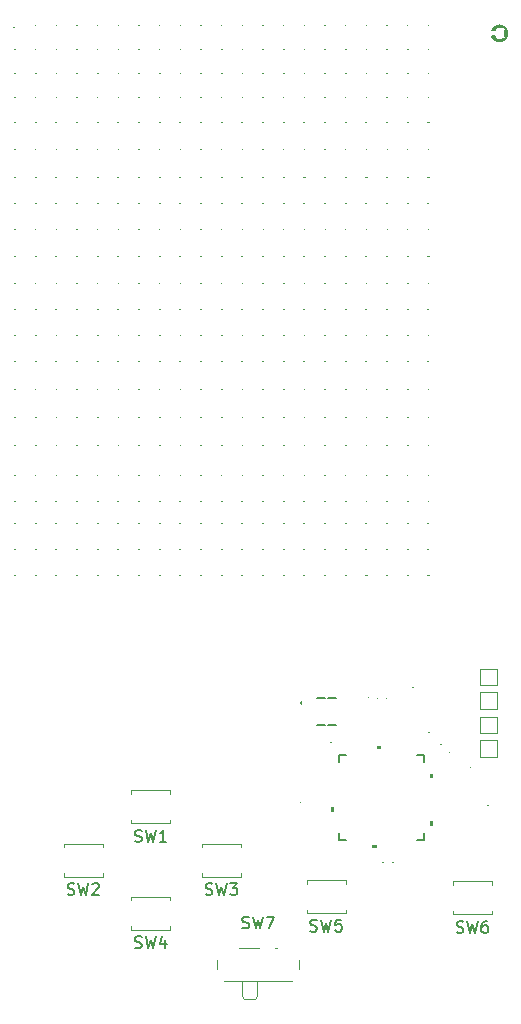
<source format=gbr>
%TF.GenerationSoftware,KiCad,Pcbnew,8.0.0*%
%TF.CreationDate,2024-03-20T12:42:58-05:00*%
%TF.ProjectId,tetrisBusinessCard,74657472-6973-4427-9573-696e65737343,rev?*%
%TF.SameCoordinates,Original*%
%TF.FileFunction,Legend,Top*%
%TF.FilePolarity,Positive*%
%FSLAX46Y46*%
G04 Gerber Fmt 4.6, Leading zero omitted, Abs format (unit mm)*
G04 Created by KiCad (PCBNEW 8.0.0) date 2024-03-20 12:42:58*
%MOMM*%
%LPD*%
G01*
G04 APERTURE LIST*
%ADD10C,0.150000*%
%ADD11C,0.100000*%
%ADD12C,0.120000*%
%ADD13C,0.152400*%
%ADD14C,0.000000*%
G04 APERTURE END LIST*
D10*
X200466666Y-98307200D02*
X200609523Y-98354819D01*
X200609523Y-98354819D02*
X200847618Y-98354819D01*
X200847618Y-98354819D02*
X200942856Y-98307200D01*
X200942856Y-98307200D02*
X200990475Y-98259580D01*
X200990475Y-98259580D02*
X201038094Y-98164342D01*
X201038094Y-98164342D02*
X201038094Y-98069104D01*
X201038094Y-98069104D02*
X200990475Y-97973866D01*
X200990475Y-97973866D02*
X200942856Y-97926247D01*
X200942856Y-97926247D02*
X200847618Y-97878628D01*
X200847618Y-97878628D02*
X200657142Y-97831009D01*
X200657142Y-97831009D02*
X200561904Y-97783390D01*
X200561904Y-97783390D02*
X200514285Y-97735771D01*
X200514285Y-97735771D02*
X200466666Y-97640533D01*
X200466666Y-97640533D02*
X200466666Y-97545295D01*
X200466666Y-97545295D02*
X200514285Y-97450057D01*
X200514285Y-97450057D02*
X200561904Y-97402438D01*
X200561904Y-97402438D02*
X200657142Y-97354819D01*
X200657142Y-97354819D02*
X200895237Y-97354819D01*
X200895237Y-97354819D02*
X201038094Y-97402438D01*
X201371428Y-97354819D02*
X201609523Y-98354819D01*
X201609523Y-98354819D02*
X201799999Y-97640533D01*
X201799999Y-97640533D02*
X201990475Y-98354819D01*
X201990475Y-98354819D02*
X202228571Y-97354819D01*
X203085713Y-97354819D02*
X202609523Y-97354819D01*
X202609523Y-97354819D02*
X202561904Y-97831009D01*
X202561904Y-97831009D02*
X202609523Y-97783390D01*
X202609523Y-97783390D02*
X202704761Y-97735771D01*
X202704761Y-97735771D02*
X202942856Y-97735771D01*
X202942856Y-97735771D02*
X203038094Y-97783390D01*
X203038094Y-97783390D02*
X203085713Y-97831009D01*
X203085713Y-97831009D02*
X203133332Y-97926247D01*
X203133332Y-97926247D02*
X203133332Y-98164342D01*
X203133332Y-98164342D02*
X203085713Y-98259580D01*
X203085713Y-98259580D02*
X203038094Y-98307200D01*
X203038094Y-98307200D02*
X202942856Y-98354819D01*
X202942856Y-98354819D02*
X202704761Y-98354819D01*
X202704761Y-98354819D02*
X202609523Y-98307200D01*
X202609523Y-98307200D02*
X202561904Y-98259580D01*
X194716667Y-98032200D02*
X194859524Y-98079819D01*
X194859524Y-98079819D02*
X195097619Y-98079819D01*
X195097619Y-98079819D02*
X195192857Y-98032200D01*
X195192857Y-98032200D02*
X195240476Y-97984580D01*
X195240476Y-97984580D02*
X195288095Y-97889342D01*
X195288095Y-97889342D02*
X195288095Y-97794104D01*
X195288095Y-97794104D02*
X195240476Y-97698866D01*
X195240476Y-97698866D02*
X195192857Y-97651247D01*
X195192857Y-97651247D02*
X195097619Y-97603628D01*
X195097619Y-97603628D02*
X194907143Y-97556009D01*
X194907143Y-97556009D02*
X194811905Y-97508390D01*
X194811905Y-97508390D02*
X194764286Y-97460771D01*
X194764286Y-97460771D02*
X194716667Y-97365533D01*
X194716667Y-97365533D02*
X194716667Y-97270295D01*
X194716667Y-97270295D02*
X194764286Y-97175057D01*
X194764286Y-97175057D02*
X194811905Y-97127438D01*
X194811905Y-97127438D02*
X194907143Y-97079819D01*
X194907143Y-97079819D02*
X195145238Y-97079819D01*
X195145238Y-97079819D02*
X195288095Y-97127438D01*
X195621429Y-97079819D02*
X195859524Y-98079819D01*
X195859524Y-98079819D02*
X196050000Y-97365533D01*
X196050000Y-97365533D02*
X196240476Y-98079819D01*
X196240476Y-98079819D02*
X196478572Y-97079819D01*
X196764286Y-97079819D02*
X197430952Y-97079819D01*
X197430952Y-97079819D02*
X197002381Y-98079819D01*
X185616667Y-99707200D02*
X185759524Y-99754819D01*
X185759524Y-99754819D02*
X185997619Y-99754819D01*
X185997619Y-99754819D02*
X186092857Y-99707200D01*
X186092857Y-99707200D02*
X186140476Y-99659580D01*
X186140476Y-99659580D02*
X186188095Y-99564342D01*
X186188095Y-99564342D02*
X186188095Y-99469104D01*
X186188095Y-99469104D02*
X186140476Y-99373866D01*
X186140476Y-99373866D02*
X186092857Y-99326247D01*
X186092857Y-99326247D02*
X185997619Y-99278628D01*
X185997619Y-99278628D02*
X185807143Y-99231009D01*
X185807143Y-99231009D02*
X185711905Y-99183390D01*
X185711905Y-99183390D02*
X185664286Y-99135771D01*
X185664286Y-99135771D02*
X185616667Y-99040533D01*
X185616667Y-99040533D02*
X185616667Y-98945295D01*
X185616667Y-98945295D02*
X185664286Y-98850057D01*
X185664286Y-98850057D02*
X185711905Y-98802438D01*
X185711905Y-98802438D02*
X185807143Y-98754819D01*
X185807143Y-98754819D02*
X186045238Y-98754819D01*
X186045238Y-98754819D02*
X186188095Y-98802438D01*
X186521429Y-98754819D02*
X186759524Y-99754819D01*
X186759524Y-99754819D02*
X186950000Y-99040533D01*
X186950000Y-99040533D02*
X187140476Y-99754819D01*
X187140476Y-99754819D02*
X187378572Y-98754819D01*
X188188095Y-99088152D02*
X188188095Y-99754819D01*
X187950000Y-98707200D02*
X187711905Y-99421485D01*
X187711905Y-99421485D02*
X188330952Y-99421485D01*
X212866667Y-98407200D02*
X213009524Y-98454819D01*
X213009524Y-98454819D02*
X213247619Y-98454819D01*
X213247619Y-98454819D02*
X213342857Y-98407200D01*
X213342857Y-98407200D02*
X213390476Y-98359580D01*
X213390476Y-98359580D02*
X213438095Y-98264342D01*
X213438095Y-98264342D02*
X213438095Y-98169104D01*
X213438095Y-98169104D02*
X213390476Y-98073866D01*
X213390476Y-98073866D02*
X213342857Y-98026247D01*
X213342857Y-98026247D02*
X213247619Y-97978628D01*
X213247619Y-97978628D02*
X213057143Y-97931009D01*
X213057143Y-97931009D02*
X212961905Y-97883390D01*
X212961905Y-97883390D02*
X212914286Y-97835771D01*
X212914286Y-97835771D02*
X212866667Y-97740533D01*
X212866667Y-97740533D02*
X212866667Y-97645295D01*
X212866667Y-97645295D02*
X212914286Y-97550057D01*
X212914286Y-97550057D02*
X212961905Y-97502438D01*
X212961905Y-97502438D02*
X213057143Y-97454819D01*
X213057143Y-97454819D02*
X213295238Y-97454819D01*
X213295238Y-97454819D02*
X213438095Y-97502438D01*
X213771429Y-97454819D02*
X214009524Y-98454819D01*
X214009524Y-98454819D02*
X214200000Y-97740533D01*
X214200000Y-97740533D02*
X214390476Y-98454819D01*
X214390476Y-98454819D02*
X214628572Y-97454819D01*
X215438095Y-97454819D02*
X215247619Y-97454819D01*
X215247619Y-97454819D02*
X215152381Y-97502438D01*
X215152381Y-97502438D02*
X215104762Y-97550057D01*
X215104762Y-97550057D02*
X215009524Y-97692914D01*
X215009524Y-97692914D02*
X214961905Y-97883390D01*
X214961905Y-97883390D02*
X214961905Y-98264342D01*
X214961905Y-98264342D02*
X215009524Y-98359580D01*
X215009524Y-98359580D02*
X215057143Y-98407200D01*
X215057143Y-98407200D02*
X215152381Y-98454819D01*
X215152381Y-98454819D02*
X215342857Y-98454819D01*
X215342857Y-98454819D02*
X215438095Y-98407200D01*
X215438095Y-98407200D02*
X215485714Y-98359580D01*
X215485714Y-98359580D02*
X215533333Y-98264342D01*
X215533333Y-98264342D02*
X215533333Y-98026247D01*
X215533333Y-98026247D02*
X215485714Y-97931009D01*
X215485714Y-97931009D02*
X215438095Y-97883390D01*
X215438095Y-97883390D02*
X215342857Y-97835771D01*
X215342857Y-97835771D02*
X215152381Y-97835771D01*
X215152381Y-97835771D02*
X215057143Y-97883390D01*
X215057143Y-97883390D02*
X215009524Y-97931009D01*
X215009524Y-97931009D02*
X214961905Y-98026247D01*
X191616667Y-95207200D02*
X191759524Y-95254819D01*
X191759524Y-95254819D02*
X191997619Y-95254819D01*
X191997619Y-95254819D02*
X192092857Y-95207200D01*
X192092857Y-95207200D02*
X192140476Y-95159580D01*
X192140476Y-95159580D02*
X192188095Y-95064342D01*
X192188095Y-95064342D02*
X192188095Y-94969104D01*
X192188095Y-94969104D02*
X192140476Y-94873866D01*
X192140476Y-94873866D02*
X192092857Y-94826247D01*
X192092857Y-94826247D02*
X191997619Y-94778628D01*
X191997619Y-94778628D02*
X191807143Y-94731009D01*
X191807143Y-94731009D02*
X191711905Y-94683390D01*
X191711905Y-94683390D02*
X191664286Y-94635771D01*
X191664286Y-94635771D02*
X191616667Y-94540533D01*
X191616667Y-94540533D02*
X191616667Y-94445295D01*
X191616667Y-94445295D02*
X191664286Y-94350057D01*
X191664286Y-94350057D02*
X191711905Y-94302438D01*
X191711905Y-94302438D02*
X191807143Y-94254819D01*
X191807143Y-94254819D02*
X192045238Y-94254819D01*
X192045238Y-94254819D02*
X192188095Y-94302438D01*
X192521429Y-94254819D02*
X192759524Y-95254819D01*
X192759524Y-95254819D02*
X192950000Y-94540533D01*
X192950000Y-94540533D02*
X193140476Y-95254819D01*
X193140476Y-95254819D02*
X193378572Y-94254819D01*
X193664286Y-94254819D02*
X194283333Y-94254819D01*
X194283333Y-94254819D02*
X193950000Y-94635771D01*
X193950000Y-94635771D02*
X194092857Y-94635771D01*
X194092857Y-94635771D02*
X194188095Y-94683390D01*
X194188095Y-94683390D02*
X194235714Y-94731009D01*
X194235714Y-94731009D02*
X194283333Y-94826247D01*
X194283333Y-94826247D02*
X194283333Y-95064342D01*
X194283333Y-95064342D02*
X194235714Y-95159580D01*
X194235714Y-95159580D02*
X194188095Y-95207200D01*
X194188095Y-95207200D02*
X194092857Y-95254819D01*
X194092857Y-95254819D02*
X193807143Y-95254819D01*
X193807143Y-95254819D02*
X193711905Y-95207200D01*
X193711905Y-95207200D02*
X193664286Y-95159580D01*
X185616667Y-90707200D02*
X185759524Y-90754819D01*
X185759524Y-90754819D02*
X185997619Y-90754819D01*
X185997619Y-90754819D02*
X186092857Y-90707200D01*
X186092857Y-90707200D02*
X186140476Y-90659580D01*
X186140476Y-90659580D02*
X186188095Y-90564342D01*
X186188095Y-90564342D02*
X186188095Y-90469104D01*
X186188095Y-90469104D02*
X186140476Y-90373866D01*
X186140476Y-90373866D02*
X186092857Y-90326247D01*
X186092857Y-90326247D02*
X185997619Y-90278628D01*
X185997619Y-90278628D02*
X185807143Y-90231009D01*
X185807143Y-90231009D02*
X185711905Y-90183390D01*
X185711905Y-90183390D02*
X185664286Y-90135771D01*
X185664286Y-90135771D02*
X185616667Y-90040533D01*
X185616667Y-90040533D02*
X185616667Y-89945295D01*
X185616667Y-89945295D02*
X185664286Y-89850057D01*
X185664286Y-89850057D02*
X185711905Y-89802438D01*
X185711905Y-89802438D02*
X185807143Y-89754819D01*
X185807143Y-89754819D02*
X186045238Y-89754819D01*
X186045238Y-89754819D02*
X186188095Y-89802438D01*
X186521429Y-89754819D02*
X186759524Y-90754819D01*
X186759524Y-90754819D02*
X186950000Y-90040533D01*
X186950000Y-90040533D02*
X187140476Y-90754819D01*
X187140476Y-90754819D02*
X187378572Y-89754819D01*
X188283333Y-90754819D02*
X187711905Y-90754819D01*
X187997619Y-90754819D02*
X187997619Y-89754819D01*
X187997619Y-89754819D02*
X187902381Y-89897676D01*
X187902381Y-89897676D02*
X187807143Y-89992914D01*
X187807143Y-89992914D02*
X187711905Y-90040533D01*
X179916667Y-95207200D02*
X180059524Y-95254819D01*
X180059524Y-95254819D02*
X180297619Y-95254819D01*
X180297619Y-95254819D02*
X180392857Y-95207200D01*
X180392857Y-95207200D02*
X180440476Y-95159580D01*
X180440476Y-95159580D02*
X180488095Y-95064342D01*
X180488095Y-95064342D02*
X180488095Y-94969104D01*
X180488095Y-94969104D02*
X180440476Y-94873866D01*
X180440476Y-94873866D02*
X180392857Y-94826247D01*
X180392857Y-94826247D02*
X180297619Y-94778628D01*
X180297619Y-94778628D02*
X180107143Y-94731009D01*
X180107143Y-94731009D02*
X180011905Y-94683390D01*
X180011905Y-94683390D02*
X179964286Y-94635771D01*
X179964286Y-94635771D02*
X179916667Y-94540533D01*
X179916667Y-94540533D02*
X179916667Y-94445295D01*
X179916667Y-94445295D02*
X179964286Y-94350057D01*
X179964286Y-94350057D02*
X180011905Y-94302438D01*
X180011905Y-94302438D02*
X180107143Y-94254819D01*
X180107143Y-94254819D02*
X180345238Y-94254819D01*
X180345238Y-94254819D02*
X180488095Y-94302438D01*
X180821429Y-94254819D02*
X181059524Y-95254819D01*
X181059524Y-95254819D02*
X181250000Y-94540533D01*
X181250000Y-94540533D02*
X181440476Y-95254819D01*
X181440476Y-95254819D02*
X181678572Y-94254819D01*
X182011905Y-94350057D02*
X182059524Y-94302438D01*
X182059524Y-94302438D02*
X182154762Y-94254819D01*
X182154762Y-94254819D02*
X182392857Y-94254819D01*
X182392857Y-94254819D02*
X182488095Y-94302438D01*
X182488095Y-94302438D02*
X182535714Y-94350057D01*
X182535714Y-94350057D02*
X182583333Y-94445295D01*
X182583333Y-94445295D02*
X182583333Y-94540533D01*
X182583333Y-94540533D02*
X182535714Y-94683390D01*
X182535714Y-94683390D02*
X181964286Y-95254819D01*
X181964286Y-95254819D02*
X182583333Y-95254819D01*
D11*
%TO.C,D56*%
X187774974Y-25677473D02*
G75*
G02*
X187674972Y-25677473I-50001J0D01*
G01*
X187674972Y-25677473D02*
G75*
G02*
X187774974Y-25677473I50001J0D01*
G01*
%TO.C,D198*%
X196524974Y-41202473D02*
G75*
G02*
X196424972Y-41202473I-50001J0D01*
G01*
X196424972Y-41202473D02*
G75*
G02*
X196524974Y-41202473I50001J0D01*
G01*
%TO.C,D290*%
X182524974Y-50082473D02*
G75*
G02*
X182424972Y-50082473I-50001J0D01*
G01*
X182424972Y-50082473D02*
G75*
G02*
X182524974Y-50082473I50001J0D01*
G01*
%TO.C,D232*%
X210524974Y-45677473D02*
G75*
G02*
X210424972Y-45677473I-50001J0D01*
G01*
X210424972Y-45677473D02*
G75*
G02*
X210524974Y-45677473I50001J0D01*
G01*
%TO.C,D68*%
X203524974Y-27702473D02*
G75*
G02*
X203424972Y-27702473I-50001J0D01*
G01*
X203424972Y-27702473D02*
G75*
G02*
X203524974Y-27702473I50001J0D01*
G01*
%TO.C,D434*%
X187774974Y-66012473D02*
G75*
G02*
X187674972Y-66012473I-50001J0D01*
G01*
X187674972Y-66012473D02*
G75*
G02*
X187774974Y-66012473I50001J0D01*
G01*
%TO.C,D57*%
X186024974Y-25677473D02*
G75*
G02*
X185924972Y-25677473I-50001J0D01*
G01*
X185924972Y-25677473D02*
G75*
G02*
X186024974Y-25677473I50001J0D01*
G01*
%TO.C,D58*%
X184274974Y-25677473D02*
G75*
G02*
X184174972Y-25677473I-50001J0D01*
G01*
X184174972Y-25677473D02*
G75*
G02*
X184274974Y-25677473I50001J0D01*
G01*
%TO.C,D74*%
X193024974Y-27702473D02*
G75*
G02*
X192924972Y-27702473I-50001J0D01*
G01*
X192924972Y-27702473D02*
G75*
G02*
X193024974Y-27702473I50001J0D01*
G01*
%TO.C,D28*%
X200024974Y-23702473D02*
G75*
G02*
X199924972Y-23702473I-50001J0D01*
G01*
X199924972Y-23702473D02*
G75*
G02*
X200024974Y-23702473I50001J0D01*
G01*
%TO.C,D430*%
X194774974Y-66012473D02*
G75*
G02*
X194674972Y-66012473I-50001J0D01*
G01*
X194674972Y-66012473D02*
G75*
G02*
X194774974Y-66012473I50001J0D01*
G01*
%TO.C,D24*%
X207024974Y-23702473D02*
G75*
G02*
X206924972Y-23702473I-50001J0D01*
G01*
X206924972Y-23702473D02*
G75*
G02*
X207024974Y-23702473I50001J0D01*
G01*
%TO.C,D22*%
X210524974Y-23702473D02*
G75*
G02*
X210424972Y-23702473I-50001J0D01*
G01*
X210424972Y-23702473D02*
G75*
G02*
X210524974Y-23702473I50001J0D01*
G01*
%TO.C,C9*%
X202290001Y-82350000D02*
G75*
G02*
X202189999Y-82350000I-50001J0D01*
G01*
X202189999Y-82350000D02*
G75*
G02*
X202290001Y-82350000I50001J0D01*
G01*
%TO.C,D242*%
X193024974Y-45677473D02*
G75*
G02*
X192924972Y-45677473I-50001J0D01*
G01*
X192924972Y-45677473D02*
G75*
G02*
X193024974Y-45677473I50001J0D01*
G01*
%TO.C,D390*%
X191274974Y-61952473D02*
G75*
G02*
X191174972Y-61952473I-50001J0D01*
G01*
X191174972Y-61952473D02*
G75*
G02*
X191274974Y-61952473I50001J0D01*
G01*
%TO.C,D264*%
X191274974Y-47857473D02*
G75*
G02*
X191174972Y-47857473I-50001J0D01*
G01*
X191174972Y-47857473D02*
G75*
G02*
X191274974Y-47857473I50001J0D01*
G01*
%TO.C,D190*%
X210524974Y-41202473D02*
G75*
G02*
X210424972Y-41202473I-50001J0D01*
G01*
X210424972Y-41202473D02*
G75*
G02*
X210524974Y-41202473I50001J0D01*
G01*
%TO.C,D399*%
X175524974Y-61952473D02*
G75*
G02*
X175424972Y-61952473I-50001J0D01*
G01*
X175424972Y-61952473D02*
G75*
G02*
X175524974Y-61952473I50001J0D01*
G01*
%TO.C,D324*%
X196524974Y-54857473D02*
G75*
G02*
X196424972Y-54857473I-50001J0D01*
G01*
X196424972Y-54857473D02*
G75*
G02*
X196524974Y-54857473I50001J0D01*
G01*
%TO.C,D302*%
X198274974Y-52427473D02*
G75*
G02*
X198174972Y-52427473I-50001J0D01*
G01*
X198174972Y-52427473D02*
G75*
G02*
X198274974Y-52427473I50001J0D01*
G01*
%TO.C,D334*%
X179024974Y-54857473D02*
G75*
G02*
X178924972Y-54857473I-50001J0D01*
G01*
X178924972Y-54857473D02*
G75*
G02*
X179024974Y-54857473I50001J0D01*
G01*
%TO.C,D201*%
X191274974Y-41202473D02*
G75*
G02*
X191174972Y-41202473I-50001J0D01*
G01*
X191174972Y-41202473D02*
G75*
G02*
X191274974Y-41202473I50001J0D01*
G01*
%TO.C,D202*%
X189524974Y-41202473D02*
G75*
G02*
X189424972Y-41202473I-50001J0D01*
G01*
X189424972Y-41202473D02*
G75*
G02*
X189524974Y-41202473I50001J0D01*
G01*
%TO.C,C12*%
X207550000Y-92485000D02*
G75*
G02*
X207450000Y-92485000I-50000J0D01*
G01*
X207450000Y-92485000D02*
G75*
G02*
X207550000Y-92485000I50000J0D01*
G01*
%TO.C,D426*%
X201774974Y-66012473D02*
G75*
G02*
X201674972Y-66012473I-50001J0D01*
G01*
X201674972Y-66012473D02*
G75*
G02*
X201774974Y-66012473I50001J0D01*
G01*
%TO.C,D180*%
X191274974Y-38952473D02*
G75*
G02*
X191174972Y-38952473I-50001J0D01*
G01*
X191174972Y-38952473D02*
G75*
G02*
X191274974Y-38952473I50001J0D01*
G01*
%TO.C,D452*%
X193024974Y-68202473D02*
G75*
G02*
X192924972Y-68202473I-50001J0D01*
G01*
X192924972Y-68202473D02*
G75*
G02*
X193024974Y-68202473I50001J0D01*
G01*
%TO.C,D90*%
X201774974Y-29857473D02*
G75*
G02*
X201674972Y-29857473I-50001J0D01*
G01*
X201674972Y-29857473D02*
G75*
G02*
X201774974Y-29857473I50001J0D01*
G01*
%TO.C,D384*%
X201774974Y-61952473D02*
G75*
G02*
X201674972Y-61952473I-50001J0D01*
G01*
X201674972Y-61952473D02*
G75*
G02*
X201774974Y-61952473I50001J0D01*
G01*
%TO.C,D422*%
X208774974Y-66012473D02*
G75*
G02*
X208674972Y-66012473I-50001J0D01*
G01*
X208674972Y-66012473D02*
G75*
G02*
X208774974Y-66012473I50001J0D01*
G01*
%TO.C,C1*%
X212292500Y-83227500D02*
G75*
G02*
X212192500Y-83227500I-50000J0D01*
G01*
X212192500Y-83227500D02*
G75*
G02*
X212292500Y-83227500I50000J0D01*
G01*
%TO.C,D411*%
X191274974Y-63812473D02*
G75*
G02*
X191174972Y-63812473I-50001J0D01*
G01*
X191174972Y-63812473D02*
G75*
G02*
X191274974Y-63812473I50001J0D01*
G01*
%TO.C,D4*%
X205274974Y-21677473D02*
G75*
G02*
X205174972Y-21677473I-50001J0D01*
G01*
X205174972Y-21677473D02*
G75*
G02*
X205274974Y-21677473I50001J0D01*
G01*
%TO.C,D355*%
X179024974Y-57177473D02*
G75*
G02*
X178924972Y-57177473I-50001J0D01*
G01*
X178924972Y-57177473D02*
G75*
G02*
X179024974Y-57177473I50001J0D01*
G01*
%TO.C,D98*%
X187774974Y-29857473D02*
G75*
G02*
X187674972Y-29857473I-50001J0D01*
G01*
X187674972Y-29857473D02*
G75*
G02*
X187774974Y-29857473I50001J0D01*
G01*
%TO.C,D361*%
X205274974Y-59702473D02*
G75*
G02*
X205174972Y-59702473I-50001J0D01*
G01*
X205174972Y-59702473D02*
G75*
G02*
X205274974Y-59702473I50001J0D01*
G01*
%TO.C,D366*%
X196524974Y-59702473D02*
G75*
G02*
X196424972Y-59702473I-50001J0D01*
G01*
X196424972Y-59702473D02*
G75*
G02*
X196524974Y-59702473I50001J0D01*
G01*
%TO.C,D27*%
X201774974Y-23702473D02*
G75*
G02*
X201674972Y-23702473I-50001J0D01*
G01*
X201674972Y-23702473D02*
G75*
G02*
X201774974Y-23702473I50001J0D01*
G01*
%TO.C,D52*%
X194774975Y-25677472D02*
G75*
G02*
X194674973Y-25677472I-50001J0D01*
G01*
X194674973Y-25677472D02*
G75*
G02*
X194774975Y-25677472I50001J0D01*
G01*
%TO.C,D26*%
X203524974Y-23702473D02*
G75*
G02*
X203424972Y-23702473I-50001J0D01*
G01*
X203424972Y-23702473D02*
G75*
G02*
X203524974Y-23702473I50001J0D01*
G01*
%TO.C,D34*%
X189524974Y-23702473D02*
G75*
G02*
X189424972Y-23702473I-50001J0D01*
G01*
X189424972Y-23702473D02*
G75*
G02*
X189524974Y-23702473I50001J0D01*
G01*
%TO.C,D197*%
X198274974Y-41202473D02*
G75*
G02*
X198174972Y-41202473I-50001J0D01*
G01*
X198174972Y-41202473D02*
G75*
G02*
X198274974Y-41202473I50001J0D01*
G01*
%TO.C,D185*%
X182524974Y-38952473D02*
G75*
G02*
X182424972Y-38952473I-50001J0D01*
G01*
X182424972Y-38952473D02*
G75*
G02*
X182524974Y-38952473I50001J0D01*
G01*
%TO.C,D30*%
X196524974Y-23702473D02*
G75*
G02*
X196424972Y-23702473I-50001J0D01*
G01*
X196424972Y-23702473D02*
G75*
G02*
X196524974Y-23702473I50001J0D01*
G01*
%TO.C,D450*%
X196524974Y-68202473D02*
G75*
G02*
X196424972Y-68202473I-50001J0D01*
G01*
X196424972Y-68202473D02*
G75*
G02*
X196524974Y-68202473I50001J0D01*
G01*
%TO.C,D453*%
X191274974Y-68202473D02*
G75*
G02*
X191174972Y-68202473I-50001J0D01*
G01*
X191174972Y-68202473D02*
G75*
G02*
X191274974Y-68202473I50001J0D01*
G01*
%TO.C,D326*%
X193024974Y-54857473D02*
G75*
G02*
X192924972Y-54857473I-50001J0D01*
G01*
X192924972Y-54857473D02*
G75*
G02*
X193024974Y-54857473I50001J0D01*
G01*
%TO.C,D273*%
X175524974Y-47857473D02*
G75*
G02*
X175424972Y-47857473I-50001J0D01*
G01*
X175424972Y-47857473D02*
G75*
G02*
X175524974Y-47857473I50001J0D01*
G01*
%TO.C,D279*%
X201774974Y-50082473D02*
G75*
G02*
X201674972Y-50082473I-50001J0D01*
G01*
X201674972Y-50082473D02*
G75*
G02*
X201774974Y-50082473I50001J0D01*
G01*
%TO.C,D266*%
X187774974Y-47857473D02*
G75*
G02*
X187674972Y-47857473I-50001J0D01*
G01*
X187674972Y-47857473D02*
G75*
G02*
X187774974Y-47857473I50001J0D01*
G01*
D12*
%TO.C,REF\u002A\u002A*%
X214850000Y-82150000D02*
X216250000Y-82150000D01*
X214850000Y-83550000D02*
X214850000Y-82150000D01*
X216250000Y-82150000D02*
X216250000Y-83550000D01*
X216250000Y-83550000D02*
X214850000Y-83550000D01*
D11*
%TO.C,D121*%
X184274974Y-32177473D02*
G75*
G02*
X184174972Y-32177473I-50001J0D01*
G01*
X184174972Y-32177473D02*
G75*
G02*
X184274974Y-32177473I50001J0D01*
G01*
%TO.C,C3*%
X206950000Y-78585000D02*
G75*
G02*
X206850000Y-78585000I-50000J0D01*
G01*
X206850000Y-78585000D02*
G75*
G02*
X206950000Y-78585000I50000J0D01*
G01*
%TO.C,D269*%
X182524974Y-47857473D02*
G75*
G02*
X182424972Y-47857473I-50001J0D01*
G01*
X182424972Y-47857473D02*
G75*
G02*
X182524974Y-47857473I50001J0D01*
G01*
%TO.C,D192*%
X207024974Y-41202473D02*
G75*
G02*
X206924972Y-41202473I-50001J0D01*
G01*
X206924972Y-41202473D02*
G75*
G02*
X207024974Y-41202473I50001J0D01*
G01*
%TO.C,D109*%
X205274974Y-32177473D02*
G75*
G02*
X205174972Y-32177473I-50001J0D01*
G01*
X205174972Y-32177473D02*
G75*
G02*
X205274974Y-32177473I50001J0D01*
G01*
%TO.C,D368*%
X193024974Y-59702473D02*
G75*
G02*
X192924972Y-59702473I-50001J0D01*
G01*
X192924972Y-59702473D02*
G75*
G02*
X193024974Y-59702473I50001J0D01*
G01*
%TO.C,D14*%
X187774974Y-21677473D02*
G75*
G02*
X187674972Y-21677473I-50001J0D01*
G01*
X187674972Y-21677473D02*
G75*
G02*
X187774974Y-21677473I50001J0D01*
G01*
%TO.C,D41*%
X177274974Y-23702473D02*
G75*
G02*
X177174972Y-23702473I-50001J0D01*
G01*
X177174972Y-23702473D02*
G75*
G02*
X177274974Y-23702473I50001J0D01*
G01*
%TO.C,D439*%
X179024974Y-66002473D02*
G75*
G02*
X178924972Y-66002473I-50001J0D01*
G01*
X178924972Y-66002473D02*
G75*
G02*
X179024974Y-66002473I50001J0D01*
G01*
%TO.C,D223*%
X189524974Y-43452473D02*
G75*
G02*
X189424972Y-43452473I-50001J0D01*
G01*
X189424972Y-43452473D02*
G75*
G02*
X189524974Y-43452473I50001J0D01*
G01*
%TO.C,D437*%
X182524974Y-66012473D02*
G75*
G02*
X182424972Y-66012473I-50001J0D01*
G01*
X182424972Y-66012473D02*
G75*
G02*
X182524974Y-66012473I50001J0D01*
G01*
%TO.C,D80*%
X182524975Y-27702472D02*
G75*
G02*
X182424973Y-27702472I-50001J0D01*
G01*
X182424973Y-27702472D02*
G75*
G02*
X182524975Y-27702472I50001J0D01*
G01*
%TO.C,D50*%
X198274974Y-25677473D02*
G75*
G02*
X198174972Y-25677473I-50001J0D01*
G01*
X198174972Y-25677473D02*
G75*
G02*
X198274974Y-25677473I50001J0D01*
G01*
%TO.C,D63*%
X175524974Y-25677473D02*
G75*
G02*
X175424972Y-25677473I-50001J0D01*
G01*
X175424972Y-25677473D02*
G75*
G02*
X175524974Y-25677473I50001J0D01*
G01*
%TO.C,D275*%
X208774974Y-50082473D02*
G75*
G02*
X208674972Y-50082473I-50001J0D01*
G01*
X208674972Y-50082473D02*
G75*
G02*
X208774974Y-50082473I50001J0D01*
G01*
%TO.C,D208*%
X179024974Y-41202473D02*
G75*
G02*
X178924972Y-41202473I-50001J0D01*
G01*
X178924972Y-41202473D02*
G75*
G02*
X179024974Y-41202473I50001J0D01*
G01*
%TO.C,D292*%
X179024974Y-50082473D02*
G75*
G02*
X178924972Y-50082473I-50001J0D01*
G01*
X178924972Y-50082473D02*
G75*
G02*
X179024974Y-50082473I50001J0D01*
G01*
%TO.C,D147*%
X175524974Y-34512473D02*
G75*
G02*
X175424972Y-34512473I-50001J0D01*
G01*
X175424972Y-34512473D02*
G75*
G02*
X175524974Y-34512473I50001J0D01*
G01*
%TO.C,D195*%
X201774974Y-41202473D02*
G75*
G02*
X201674972Y-41202473I-50001J0D01*
G01*
X201674972Y-41202473D02*
G75*
G02*
X201774974Y-41202473I50001J0D01*
G01*
%TO.C,D351*%
X186024974Y-57177473D02*
G75*
G02*
X185924972Y-57177473I-50001J0D01*
G01*
X185924972Y-57177473D02*
G75*
G02*
X186024974Y-57177473I50001J0D01*
G01*
%TO.C,D99*%
X186024974Y-29857473D02*
G75*
G02*
X185924972Y-29857473I-50001J0D01*
G01*
X185924972Y-29857473D02*
G75*
G02*
X186024974Y-29857473I50001J0D01*
G01*
%TO.C,D59*%
X182524974Y-25677473D02*
G75*
G02*
X182424972Y-25677473I-50001J0D01*
G01*
X182424972Y-25677473D02*
G75*
G02*
X182524974Y-25677473I50001J0D01*
G01*
D12*
%TO.C,REF\u002A\u002A*%
X214850000Y-78100000D02*
X216250000Y-78100000D01*
X214850000Y-79500000D02*
X214850000Y-78100000D01*
X216250000Y-78100000D02*
X216250000Y-79500000D01*
X216250000Y-79500000D02*
X214850000Y-79500000D01*
D11*
%TO.C,D379*%
X210524974Y-61952473D02*
G75*
G02*
X210424972Y-61952473I-50001J0D01*
G01*
X210424972Y-61952473D02*
G75*
G02*
X210524974Y-61952473I50001J0D01*
G01*
%TO.C,D376*%
X179024974Y-59702473D02*
G75*
G02*
X178924972Y-59702473I-50001J0D01*
G01*
X178924972Y-59702473D02*
G75*
G02*
X179024974Y-59702473I50001J0D01*
G01*
%TO.C,D342*%
X201774974Y-57177473D02*
G75*
G02*
X201674972Y-57177473I-50001J0D01*
G01*
X201674972Y-57177473D02*
G75*
G02*
X201774974Y-57177473I50001J0D01*
G01*
%TO.C,D409*%
X194774974Y-63812473D02*
G75*
G02*
X194674972Y-63812473I-50001J0D01*
G01*
X194674972Y-63812473D02*
G75*
G02*
X194774974Y-63812473I50001J0D01*
G01*
%TO.C,D333*%
X180774974Y-54857473D02*
G75*
G02*
X180674972Y-54857473I-50001J0D01*
G01*
X180674972Y-54857473D02*
G75*
G02*
X180774974Y-54857473I50001J0D01*
G01*
%TO.C,D220*%
X194774974Y-43452473D02*
G75*
G02*
X194674972Y-43452473I-50001J0D01*
G01*
X194674972Y-43452473D02*
G75*
G02*
X194774974Y-43452473I50001J0D01*
G01*
%TO.C,D268*%
X184274974Y-47857473D02*
G75*
G02*
X184174972Y-47857473I-50001J0D01*
G01*
X184174972Y-47857473D02*
G75*
G02*
X184274974Y-47857473I50001J0D01*
G01*
%TO.C,D35*%
X187774974Y-23702473D02*
G75*
G02*
X187674972Y-23702473I-50001J0D01*
G01*
X187674972Y-23702473D02*
G75*
G02*
X187774974Y-23702473I50001J0D01*
G01*
%TO.C,D20*%
X177274974Y-21677473D02*
G75*
G02*
X177174972Y-21677473I-50001J0D01*
G01*
X177174972Y-21677473D02*
G75*
G02*
X177274974Y-21677473I50001J0D01*
G01*
%TO.C,D295*%
X210524974Y-52427473D02*
G75*
G02*
X210424972Y-52427473I-50001J0D01*
G01*
X210424972Y-52427473D02*
G75*
G02*
X210524974Y-52427473I50001J0D01*
G01*
%TO.C,D436*%
X184274974Y-66012473D02*
G75*
G02*
X184174972Y-66012473I-50001J0D01*
G01*
X184174972Y-66012473D02*
G75*
G02*
X184274974Y-66012473I50001J0D01*
G01*
%TO.C,D454*%
X189524974Y-68202473D02*
G75*
G02*
X189424972Y-68202473I-50001J0D01*
G01*
X189424972Y-68202473D02*
G75*
G02*
X189524974Y-68202473I50001J0D01*
G01*
D13*
%TO.C,U2*%
X201075368Y-80880300D02*
X201708965Y-80880300D01*
X201708965Y-78619700D02*
X201075368Y-78619700D01*
X201994235Y-80880300D02*
X202627832Y-80880300D01*
X202627832Y-78619700D02*
X201994235Y-78619700D01*
X199714060Y-79073828D02*
G75*
G02*
X199714060Y-78926172I-18860J73828D01*
G01*
D11*
%TO.C,D116*%
X193024974Y-32177473D02*
G75*
G02*
X192924972Y-32177473I-50001J0D01*
G01*
X192924972Y-32177473D02*
G75*
G02*
X193024974Y-32177473I50001J0D01*
G01*
%TO.C,D156*%
X196524974Y-36702473D02*
G75*
G02*
X196424972Y-36702473I-50001J0D01*
G01*
X196424972Y-36702473D02*
G75*
G02*
X196524974Y-36702473I50001J0D01*
G01*
%TO.C,D120*%
X186024974Y-32177473D02*
G75*
G02*
X185924972Y-32177473I-50001J0D01*
G01*
X185924972Y-32177473D02*
G75*
G02*
X186024974Y-32177473I50001J0D01*
G01*
%TO.C,D174*%
X201774974Y-38952473D02*
G75*
G02*
X201674972Y-38952473I-50001J0D01*
G01*
X201674972Y-38952473D02*
G75*
G02*
X201774974Y-38952473I50001J0D01*
G01*
%TO.C,D66*%
X207024974Y-27702473D02*
G75*
G02*
X206924972Y-27702473I-50001J0D01*
G01*
X206924972Y-27702473D02*
G75*
G02*
X207024974Y-27702473I50001J0D01*
G01*
%TO.C,D327*%
X191274974Y-54857473D02*
G75*
G02*
X191174972Y-54857473I-50001J0D01*
G01*
X191174972Y-54857473D02*
G75*
G02*
X191274974Y-54857473I50001J0D01*
G01*
%TO.C,D134*%
X198274974Y-34512473D02*
G75*
G02*
X198174972Y-34512473I-50001J0D01*
G01*
X198174972Y-34512473D02*
G75*
G02*
X198274974Y-34512473I50001J0D01*
G01*
%TO.C,D312*%
X180774974Y-52427473D02*
G75*
G02*
X180674972Y-52427473I-50001J0D01*
G01*
X180674972Y-52427473D02*
G75*
G02*
X180774974Y-52427473I50001J0D01*
G01*
%TO.C,D33*%
X191274974Y-23702473D02*
G75*
G02*
X191174972Y-23702473I-50001J0D01*
G01*
X191174972Y-23702473D02*
G75*
G02*
X191274974Y-23702473I50001J0D01*
G01*
%TO.C,D424*%
X205274974Y-66012473D02*
G75*
G02*
X205174972Y-66012473I-50001J0D01*
G01*
X205174972Y-66012473D02*
G75*
G02*
X205274974Y-66012473I50001J0D01*
G01*
%TO.C,D241*%
X194774974Y-45677473D02*
G75*
G02*
X194674972Y-45677473I-50001J0D01*
G01*
X194674972Y-45677473D02*
G75*
G02*
X194774974Y-45677473I50001J0D01*
G01*
%TO.C,D435*%
X186024974Y-66012473D02*
G75*
G02*
X185924972Y-66012473I-50001J0D01*
G01*
X185924972Y-66012473D02*
G75*
G02*
X186024974Y-66012473I50001J0D01*
G01*
%TO.C,D86*%
X208774974Y-29857473D02*
G75*
G02*
X208674972Y-29857473I-50001J0D01*
G01*
X208674972Y-29857473D02*
G75*
G02*
X208774974Y-29857473I50001J0D01*
G01*
%TO.C,D429*%
X196524974Y-66012473D02*
G75*
G02*
X196424972Y-66012473I-50001J0D01*
G01*
X196424972Y-66012473D02*
G75*
G02*
X196524974Y-66012473I50001J0D01*
G01*
%TO.C,D393*%
X186024974Y-61952473D02*
G75*
G02*
X185924972Y-61952473I-50001J0D01*
G01*
X185924972Y-61952473D02*
G75*
G02*
X186024974Y-61952473I50001J0D01*
G01*
%TO.C,D39*%
X180774974Y-23702473D02*
G75*
G02*
X180674972Y-23702473I-50001J0D01*
G01*
X180674972Y-23702473D02*
G75*
G02*
X180774974Y-23702473I50001J0D01*
G01*
%TO.C,D154*%
X200024974Y-36702473D02*
G75*
G02*
X199924972Y-36702473I-50001J0D01*
G01*
X199924972Y-36702473D02*
G75*
G02*
X200024974Y-36702473I50001J0D01*
G01*
D12*
%TO.C,SW5*%
X200149999Y-94000000D02*
X200149999Y-94300000D01*
X200149999Y-96800000D02*
X200149999Y-96500000D01*
X203449999Y-94000000D02*
X200149999Y-94000000D01*
X203449999Y-94300000D02*
X203449999Y-94000000D01*
X203449999Y-96500000D02*
X203449999Y-96800000D01*
X203449999Y-96800000D02*
X200149999Y-96800000D01*
D11*
%TO.C,D224*%
X187774974Y-43452473D02*
G75*
G02*
X187674972Y-43452473I-50001J0D01*
G01*
X187674972Y-43452473D02*
G75*
G02*
X187774974Y-43452473I50001J0D01*
G01*
%TO.C,D389*%
X193024974Y-61952473D02*
G75*
G02*
X192924972Y-61952473I-50001J0D01*
G01*
X192924972Y-61952473D02*
G75*
G02*
X193024974Y-61952473I50001J0D01*
G01*
%TO.C,D408*%
X196524974Y-63812473D02*
G75*
G02*
X196424972Y-63812473I-50001J0D01*
G01*
X196424972Y-63812473D02*
G75*
G02*
X196524974Y-63812473I50001J0D01*
G01*
%TO.C,D75*%
X191274974Y-27702473D02*
G75*
G02*
X191174972Y-27702473I-50001J0D01*
G01*
X191174972Y-27702473D02*
G75*
G02*
X191274974Y-27702473I50001J0D01*
G01*
%TO.C,D319*%
X205274974Y-54857473D02*
G75*
G02*
X205174972Y-54857473I-50001J0D01*
G01*
X205174972Y-54857473D02*
G75*
G02*
X205274974Y-54857473I50001J0D01*
G01*
D14*
%TO.C,G\u002A\u002A\u002A*%
G36*
X216526431Y-21551948D02*
G01*
X216597715Y-21559751D01*
X216668749Y-21574413D01*
X216714286Y-21587589D01*
X216782310Y-21613207D01*
X216846745Y-21644800D01*
X216907299Y-21682004D01*
X216963682Y-21724458D01*
X217015602Y-21771800D01*
X217062769Y-21823668D01*
X217104892Y-21879700D01*
X217141678Y-21939533D01*
X217172837Y-22002807D01*
X217198079Y-22069157D01*
X217217112Y-22138224D01*
X217229646Y-22209645D01*
X217232110Y-22231628D01*
X217235441Y-22302195D01*
X217231822Y-22372710D01*
X217221435Y-22442606D01*
X217204455Y-22511316D01*
X217181058Y-22578273D01*
X217151422Y-22642910D01*
X217115725Y-22704659D01*
X217074142Y-22762954D01*
X217061252Y-22778841D01*
X217011727Y-22832710D01*
X216957843Y-22881040D01*
X216899962Y-22923655D01*
X216838446Y-22960378D01*
X216773657Y-22991030D01*
X216705961Y-23015434D01*
X216635716Y-23033412D01*
X216563286Y-23044786D01*
X216510940Y-23048747D01*
X216438140Y-23048356D01*
X216366589Y-23041110D01*
X216296691Y-23027243D01*
X216228845Y-23006992D01*
X216163458Y-22980592D01*
X216100930Y-22948280D01*
X216041665Y-22910293D01*
X215986065Y-22866866D01*
X215934532Y-22818234D01*
X215887469Y-22764636D01*
X215845279Y-22706305D01*
X215808364Y-22643479D01*
X215803376Y-22633820D01*
X215792964Y-22612335D01*
X215783204Y-22590415D01*
X215774600Y-22569367D01*
X215767657Y-22550499D01*
X215762879Y-22535121D01*
X215760772Y-22524539D01*
X215760715Y-22523195D01*
X215762233Y-22513319D01*
X215764982Y-22505257D01*
X215767439Y-22500355D01*
X215770376Y-22496349D01*
X215774487Y-22493150D01*
X215780469Y-22490665D01*
X215789020Y-22488806D01*
X215800833Y-22487481D01*
X215816608Y-22486600D01*
X215837040Y-22486074D01*
X215862827Y-22485811D01*
X215894663Y-22485722D01*
X215915719Y-22485715D01*
X215954541Y-22485588D01*
X215988120Y-22485216D01*
X216016070Y-22484610D01*
X216037995Y-22483780D01*
X216053507Y-22482738D01*
X216061433Y-22481677D01*
X216085957Y-22474501D01*
X216109800Y-22464052D01*
X216129943Y-22451686D01*
X216132250Y-22449914D01*
X216146049Y-22438986D01*
X216147948Y-22450743D01*
X216154363Y-22487810D01*
X216160819Y-22519123D01*
X216167716Y-22546064D01*
X216175446Y-22570012D01*
X216184409Y-22592348D01*
X216194991Y-22614433D01*
X216218743Y-22653336D01*
X216247310Y-22686979D01*
X216280700Y-22715365D01*
X216318917Y-22738497D01*
X216361967Y-22756379D01*
X216409855Y-22769013D01*
X216462587Y-22776403D01*
X216514771Y-22778571D01*
X216562841Y-22775637D01*
X216607096Y-22766767D01*
X216647844Y-22751860D01*
X216685390Y-22730817D01*
X216706461Y-22715240D01*
X216721850Y-22702748D01*
X216743016Y-22708687D01*
X216774321Y-22714694D01*
X216809045Y-22716629D01*
X216844825Y-22714605D01*
X216879293Y-22708738D01*
X216905932Y-22700764D01*
X216923215Y-22694275D01*
X216922671Y-22670475D01*
X216919107Y-22641279D01*
X216909644Y-22608571D01*
X216894245Y-22572253D01*
X216872868Y-22532220D01*
X216866642Y-22521712D01*
X216846342Y-22488067D01*
X216855164Y-22444926D01*
X216865934Y-22374798D01*
X216869809Y-22304009D01*
X216866801Y-22233342D01*
X216856919Y-22163579D01*
X216851353Y-22137428D01*
X216845510Y-22112357D01*
X216862413Y-22086226D01*
X216878760Y-22058796D01*
X216893331Y-22030143D01*
X216905654Y-22001527D01*
X216915256Y-21974216D01*
X216921666Y-21949470D01*
X216924410Y-21928555D01*
X216924321Y-21920697D01*
X216923215Y-21905357D01*
X216894643Y-21896609D01*
X216882713Y-21893194D01*
X216871777Y-21890792D01*
X216860147Y-21889227D01*
X216846140Y-21888328D01*
X216828067Y-21887922D01*
X216808929Y-21887834D01*
X216784504Y-21888024D01*
X216766073Y-21888677D01*
X216752492Y-21889883D01*
X216742617Y-21891729D01*
X216737521Y-21893363D01*
X216723256Y-21898918D01*
X216700021Y-21881316D01*
X216663441Y-21857676D01*
X216623974Y-21840098D01*
X216581311Y-21828508D01*
X216535144Y-21822835D01*
X216485164Y-21823003D01*
X216462386Y-21824857D01*
X216409290Y-21832849D01*
X216361602Y-21845393D01*
X216319124Y-21862606D01*
X216281663Y-21884608D01*
X216249024Y-21911517D01*
X216221012Y-21943454D01*
X216197431Y-21980537D01*
X216192874Y-21989285D01*
X216180530Y-22016705D01*
X216170008Y-22046557D01*
X216160945Y-22080125D01*
X216152980Y-22118689D01*
X216148150Y-22147483D01*
X216146044Y-22161040D01*
X216129272Y-22148768D01*
X216107311Y-22135036D01*
X216083583Y-22125275D01*
X216064286Y-22120085D01*
X216044643Y-22115652D01*
X216036279Y-22090861D01*
X216027543Y-22055917D01*
X216025620Y-22023115D01*
X216030495Y-21992498D01*
X216042155Y-21964109D01*
X216060584Y-21937992D01*
X216085768Y-21914189D01*
X216098988Y-21904458D01*
X216129505Y-21881160D01*
X216153135Y-21857679D01*
X216170131Y-21833682D01*
X216180747Y-21808834D01*
X216184339Y-21792121D01*
X216184752Y-21777894D01*
X216182551Y-21764472D01*
X216178298Y-21753958D01*
X216172657Y-21748494D01*
X216166647Y-21749791D01*
X216157737Y-21756511D01*
X216146677Y-21767938D01*
X216134211Y-21783347D01*
X216128572Y-21791064D01*
X216115870Y-21806390D01*
X216100012Y-21820525D01*
X216079900Y-21834273D01*
X216054433Y-21848437D01*
X216040514Y-21855363D01*
X216017113Y-21867293D01*
X215999035Y-21878183D01*
X215984811Y-21889204D01*
X215972972Y-21901524D01*
X215962048Y-21916315D01*
X215959959Y-21919494D01*
X215947397Y-21941654D01*
X215938680Y-21964124D01*
X215933352Y-21988724D01*
X215930954Y-22017275D01*
X215930721Y-22035715D01*
X215931138Y-22054455D01*
X215932049Y-22072044D01*
X215933318Y-22086454D01*
X215934733Y-22095359D01*
X215936593Y-22104947D01*
X215936869Y-22111289D01*
X215936486Y-22112323D01*
X215932478Y-22112917D01*
X215922427Y-22113439D01*
X215907434Y-22113861D01*
X215888598Y-22114150D01*
X215867021Y-22114281D01*
X215862073Y-22114285D01*
X215834634Y-22114166D01*
X215813410Y-22113689D01*
X215797470Y-22112680D01*
X215785887Y-22110958D01*
X215777733Y-22108349D01*
X215772080Y-22104675D01*
X215768001Y-22099758D01*
X215765804Y-22095911D01*
X215762161Y-22086334D01*
X215761315Y-22075840D01*
X215763425Y-22062840D01*
X215768650Y-22045742D01*
X215771610Y-22037500D01*
X215790457Y-21992591D01*
X215814162Y-21946004D01*
X215841508Y-21899818D01*
X215871275Y-21856115D01*
X215896953Y-21823214D01*
X215946460Y-21769417D01*
X216000131Y-21721208D01*
X216057524Y-21678713D01*
X216118198Y-21642061D01*
X216181711Y-21611377D01*
X216247624Y-21586790D01*
X216315493Y-21568426D01*
X216384879Y-21556413D01*
X216455338Y-21550878D01*
X216526431Y-21551948D01*
G37*
D11*
%TO.C,D303*%
X196524974Y-52427473D02*
G75*
G02*
X196424972Y-52427473I-50001J0D01*
G01*
X196424972Y-52427473D02*
G75*
G02*
X196524974Y-52427473I50001J0D01*
G01*
%TO.C,D46*%
X205274974Y-25677473D02*
G75*
G02*
X205174972Y-25677473I-50001J0D01*
G01*
X205174972Y-25677473D02*
G75*
G02*
X205274974Y-25677473I50001J0D01*
G01*
%TO.C,D449*%
X198274974Y-68202473D02*
G75*
G02*
X198174972Y-68202473I-50001J0D01*
G01*
X198174972Y-68202473D02*
G75*
G02*
X198274974Y-68202473I50001J0D01*
G01*
%TO.C,D247*%
X184274974Y-45677473D02*
G75*
G02*
X184174972Y-45677473I-50001J0D01*
G01*
X184174972Y-45677473D02*
G75*
G02*
X184274974Y-45677473I50001J0D01*
G01*
%TO.C,D136*%
X194774974Y-34512473D02*
G75*
G02*
X194674972Y-34512473I-50001J0D01*
G01*
X194674972Y-34512473D02*
G75*
G02*
X194774974Y-34512473I50001J0D01*
G01*
%TO.C,D455*%
X187774974Y-68202473D02*
G75*
G02*
X187674972Y-68202473I-50001J0D01*
G01*
X187674972Y-68202473D02*
G75*
G02*
X187774974Y-68202473I50001J0D01*
G01*
%TO.C,D225*%
X186024974Y-43452473D02*
G75*
G02*
X185924972Y-43452473I-50001J0D01*
G01*
X185924972Y-43452473D02*
G75*
G02*
X186024974Y-43452473I50001J0D01*
G01*
%TO.C,D441*%
X175524974Y-66012473D02*
G75*
G02*
X175424972Y-66012473I-50001J0D01*
G01*
X175424972Y-66012473D02*
G75*
G02*
X175524974Y-66012473I50001J0D01*
G01*
%TO.C,D230*%
X177274974Y-43452473D02*
G75*
G02*
X177174972Y-43452473I-50001J0D01*
G01*
X177174972Y-43452473D02*
G75*
G02*
X177274974Y-43452473I50001J0D01*
G01*
%TO.C,D205*%
X184274974Y-41202473D02*
G75*
G02*
X184174972Y-41202473I-50001J0D01*
G01*
X184174972Y-41202473D02*
G75*
G02*
X184274974Y-41202473I50001J0D01*
G01*
%TO.C,D87*%
X207024974Y-29857473D02*
G75*
G02*
X206924972Y-29857473I-50001J0D01*
G01*
X206924972Y-29857473D02*
G75*
G02*
X207024974Y-29857473I50001J0D01*
G01*
%TO.C,D128*%
X208774974Y-34512473D02*
G75*
G02*
X208674972Y-34512473I-50001J0D01*
G01*
X208674972Y-34512473D02*
G75*
G02*
X208774974Y-34512473I50001J0D01*
G01*
%TO.C,D457*%
X184274974Y-68202473D02*
G75*
G02*
X184174972Y-68202473I-50001J0D01*
G01*
X184174972Y-68202473D02*
G75*
G02*
X184274974Y-68202473I50001J0D01*
G01*
%TO.C,D459*%
X180774974Y-68202473D02*
G75*
G02*
X180674972Y-68202473I-50001J0D01*
G01*
X180674972Y-68202473D02*
G75*
G02*
X180774974Y-68202473I50001J0D01*
G01*
%TO.C,D122*%
X182524974Y-32177473D02*
G75*
G02*
X182424972Y-32177473I-50001J0D01*
G01*
X182424972Y-32177473D02*
G75*
G02*
X182524974Y-32177473I50001J0D01*
G01*
%TO.C,D343*%
X200024974Y-57177473D02*
G75*
G02*
X199924972Y-57177473I-50001J0D01*
G01*
X199924972Y-57177473D02*
G75*
G02*
X200024974Y-57177473I50001J0D01*
G01*
%TO.C,D226*%
X184274974Y-43452473D02*
G75*
G02*
X184174972Y-43452473I-50001J0D01*
G01*
X184174972Y-43452473D02*
G75*
G02*
X184274974Y-43452473I50001J0D01*
G01*
%TO.C,D388*%
X194774974Y-61952473D02*
G75*
G02*
X194674972Y-61952473I-50001J0D01*
G01*
X194674972Y-61952473D02*
G75*
G02*
X194774974Y-61952473I50001J0D01*
G01*
%TO.C,D307*%
X189524974Y-52427473D02*
G75*
G02*
X189424972Y-52427473I-50001J0D01*
G01*
X189424972Y-52427473D02*
G75*
G02*
X189524974Y-52427473I50001J0D01*
G01*
%TO.C,D346*%
X194774974Y-57177473D02*
G75*
G02*
X194674972Y-57177473I-50001J0D01*
G01*
X194674972Y-57177473D02*
G75*
G02*
X194774974Y-57177473I50001J0D01*
G01*
%TO.C,D328*%
X189524974Y-54857473D02*
G75*
G02*
X189424972Y-54857473I-50001J0D01*
G01*
X189424972Y-54857473D02*
G75*
G02*
X189524974Y-54857473I50001J0D01*
G01*
%TO.C,D406*%
X200024974Y-63812473D02*
G75*
G02*
X199924972Y-63812473I-50001J0D01*
G01*
X199924972Y-63812473D02*
G75*
G02*
X200024974Y-63812473I50001J0D01*
G01*
%TO.C,D25*%
X205274974Y-23702473D02*
G75*
G02*
X205174972Y-23702473I-50001J0D01*
G01*
X205174972Y-23702473D02*
G75*
G02*
X205274974Y-23702473I50001J0D01*
G01*
%TO.C,D391*%
X189524974Y-61952473D02*
G75*
G02*
X189424972Y-61952473I-50001J0D01*
G01*
X189424972Y-61952473D02*
G75*
G02*
X189524974Y-61952473I50001J0D01*
G01*
%TO.C,D298*%
X205274974Y-52427473D02*
G75*
G02*
X205174972Y-52427473I-50001J0D01*
G01*
X205174972Y-52427473D02*
G75*
G02*
X205274974Y-52427473I50001J0D01*
G01*
%TO.C,D127*%
X210524974Y-34512473D02*
G75*
G02*
X210424972Y-34512473I-50001J0D01*
G01*
X210424972Y-34512473D02*
G75*
G02*
X210524974Y-34512473I50001J0D01*
G01*
%TO.C,D15*%
X186024974Y-21677473D02*
G75*
G02*
X185924972Y-21677473I-50001J0D01*
G01*
X185924972Y-21677473D02*
G75*
G02*
X186024974Y-21677473I50001J0D01*
G01*
%TO.C,D374*%
X182524974Y-59702473D02*
G75*
G02*
X182424972Y-59702473I-50001J0D01*
G01*
X182424972Y-59702473D02*
G75*
G02*
X182524974Y-59702473I50001J0D01*
G01*
%TO.C,D55*%
X189524974Y-25677473D02*
G75*
G02*
X189424972Y-25677473I-50001J0D01*
G01*
X189424972Y-25677473D02*
G75*
G02*
X189524974Y-25677473I50001J0D01*
G01*
%TO.C,D432*%
X191274974Y-66012473D02*
G75*
G02*
X191174972Y-66012473I-50001J0D01*
G01*
X191174972Y-66012473D02*
G75*
G02*
X191274974Y-66012473I50001J0D01*
G01*
%TO.C,D341*%
X203524974Y-57177473D02*
G75*
G02*
X203424972Y-57177473I-50001J0D01*
G01*
X203424972Y-57177473D02*
G75*
G02*
X203524974Y-57177473I50001J0D01*
G01*
%TO.C,D256*%
X205274974Y-47857473D02*
G75*
G02*
X205174972Y-47857473I-50001J0D01*
G01*
X205174972Y-47857473D02*
G75*
G02*
X205274974Y-47857473I50001J0D01*
G01*
%TO.C,D217*%
X200024974Y-43452473D02*
G75*
G02*
X199924972Y-43452473I-50001J0D01*
G01*
X199924972Y-43452473D02*
G75*
G02*
X200024974Y-43452473I50001J0D01*
G01*
%TO.C,C7*%
X205450000Y-78557500D02*
G75*
G02*
X205350000Y-78557500I-50000J0D01*
G01*
X205350000Y-78557500D02*
G75*
G02*
X205450000Y-78557500I50000J0D01*
G01*
%TO.C,D321*%
X201774974Y-54857473D02*
G75*
G02*
X201674972Y-54857473I-50001J0D01*
G01*
X201674972Y-54857473D02*
G75*
G02*
X201774974Y-54857473I50001J0D01*
G01*
%TO.C,D357*%
X175524974Y-57177473D02*
G75*
G02*
X175424972Y-57177473I-50001J0D01*
G01*
X175424972Y-57177473D02*
G75*
G02*
X175524974Y-57177473I50001J0D01*
G01*
%TO.C,D182*%
X187774974Y-38952473D02*
G75*
G02*
X187674972Y-38952473I-50001J0D01*
G01*
X187674972Y-38952473D02*
G75*
G02*
X187774974Y-38952473I50001J0D01*
G01*
%TO.C,D150*%
X207024974Y-36702473D02*
G75*
G02*
X206924972Y-36702473I-50001J0D01*
G01*
X206924972Y-36702473D02*
G75*
G02*
X207024974Y-36702473I50001J0D01*
G01*
%TO.C,D73*%
X194774974Y-27702473D02*
G75*
G02*
X194674972Y-27702473I-50001J0D01*
G01*
X194674972Y-27702473D02*
G75*
G02*
X194774974Y-27702473I50001J0D01*
G01*
%TO.C,D177*%
X196524974Y-38952473D02*
G75*
G02*
X196424972Y-38952473I-50001J0D01*
G01*
X196424972Y-38952473D02*
G75*
G02*
X196524974Y-38952473I50001J0D01*
G01*
%TO.C,D138*%
X191274974Y-34512473D02*
G75*
G02*
X191174972Y-34512473I-50001J0D01*
G01*
X191174972Y-34512473D02*
G75*
G02*
X191274974Y-34512473I50001J0D01*
G01*
%TO.C,D315*%
X175524974Y-52427473D02*
G75*
G02*
X175424972Y-52427473I-50001J0D01*
G01*
X175424972Y-52427473D02*
G75*
G02*
X175524974Y-52427473I50001J0D01*
G01*
%TO.C,D283*%
X194774974Y-50082473D02*
G75*
G02*
X194674972Y-50082473I-50001J0D01*
G01*
X194674972Y-50082473D02*
G75*
G02*
X194774974Y-50082473I50001J0D01*
G01*
%TO.C,D288*%
X186024974Y-50082473D02*
G75*
G02*
X185924972Y-50082473I-50001J0D01*
G01*
X185924972Y-50082473D02*
G75*
G02*
X186024974Y-50082473I50001J0D01*
G01*
%TO.C,D70*%
X200024974Y-27702473D02*
G75*
G02*
X199924972Y-27702473I-50001J0D01*
G01*
X199924972Y-27702473D02*
G75*
G02*
X200024974Y-27702473I50001J0D01*
G01*
%TO.C,D89*%
X203524974Y-29857473D02*
G75*
G02*
X203424972Y-29857473I-50001J0D01*
G01*
X203424972Y-29857473D02*
G75*
G02*
X203524974Y-29857473I50001J0D01*
G01*
%TO.C,D311*%
X182524974Y-52427473D02*
G75*
G02*
X182424972Y-52427473I-50001J0D01*
G01*
X182424972Y-52427473D02*
G75*
G02*
X182524974Y-52427473I50001J0D01*
G01*
%TO.C,D442*%
X210524974Y-68202473D02*
G75*
G02*
X210424972Y-68202473I-50001J0D01*
G01*
X210424972Y-68202473D02*
G75*
G02*
X210524974Y-68202473I50001J0D01*
G01*
%TO.C,D304*%
X194774974Y-52427473D02*
G75*
G02*
X194674972Y-52427473I-50001J0D01*
G01*
X194674972Y-52427473D02*
G75*
G02*
X194774974Y-52427473I50001J0D01*
G01*
%TO.C,D88*%
X205274974Y-29857473D02*
G75*
G02*
X205174972Y-29857473I-50001J0D01*
G01*
X205174972Y-29857473D02*
G75*
G02*
X205274974Y-29857473I50001J0D01*
G01*
%TO.C,D293*%
X177274974Y-50082473D02*
G75*
G02*
X177174972Y-50082473I-50001J0D01*
G01*
X177174972Y-50082473D02*
G75*
G02*
X177274974Y-50082473I50001J0D01*
G01*
D12*
%TO.C,SW7*%
X192600000Y-100755000D02*
X192600000Y-101544999D01*
X193200000Y-102555000D02*
X198900000Y-102555000D01*
X194450000Y-99705000D02*
X196150000Y-99705000D01*
X194650000Y-102555000D02*
X194650000Y-103845000D01*
X194650000Y-103845000D02*
X194850000Y-104055000D01*
X194850000Y-104055000D02*
X195750000Y-104055000D01*
X195950000Y-103845000D02*
X195750000Y-104055000D01*
X195950000Y-103845000D02*
X195950000Y-102555000D01*
X197450000Y-99705000D02*
X197650000Y-99705000D01*
X199500000Y-101544999D02*
X199500000Y-100755000D01*
D11*
%TO.C,D32*%
X193024974Y-23702473D02*
G75*
G02*
X192924972Y-23702473I-50001J0D01*
G01*
X192924972Y-23702473D02*
G75*
G02*
X193024974Y-23702473I50001J0D01*
G01*
%TO.C,D253*%
X210524974Y-47857473D02*
G75*
G02*
X210424972Y-47857473I-50001J0D01*
G01*
X210424972Y-47857473D02*
G75*
G02*
X210524974Y-47857473I50001J0D01*
G01*
%TO.C,D369*%
X191274974Y-59702473D02*
G75*
G02*
X191174972Y-59702473I-50001J0D01*
G01*
X191174972Y-59702473D02*
G75*
G02*
X191274974Y-59702473I50001J0D01*
G01*
%TO.C,D461*%
X177274974Y-68202473D02*
G75*
G02*
X177174972Y-68202473I-50001J0D01*
G01*
X177174972Y-68202473D02*
G75*
G02*
X177274974Y-68202473I50001J0D01*
G01*
%TO.C,D168*%
X175524974Y-36702473D02*
G75*
G02*
X175424972Y-36702473I-50001J0D01*
G01*
X175424972Y-36702473D02*
G75*
G02*
X175524974Y-36702473I50001J0D01*
G01*
%TO.C,D65*%
X208774974Y-27702473D02*
G75*
G02*
X208674972Y-27702473I-50001J0D01*
G01*
X208674972Y-27702473D02*
G75*
G02*
X208774974Y-27702473I50001J0D01*
G01*
%TO.C,D218*%
X198274974Y-43452473D02*
G75*
G02*
X198174972Y-43452473I-50001J0D01*
G01*
X198174972Y-43452473D02*
G75*
G02*
X198274974Y-43452473I50001J0D01*
G01*
%TO.C,D123*%
X180774974Y-32177473D02*
G75*
G02*
X180674972Y-32177473I-50001J0D01*
G01*
X180674972Y-32177473D02*
G75*
G02*
X180774974Y-32177473I50001J0D01*
G01*
D12*
%TO.C,REF\u002A\u002A*%
X214850000Y-76100000D02*
X216250000Y-76100000D01*
X214850000Y-77500000D02*
X214850000Y-76100000D01*
X216250000Y-76100000D02*
X216250000Y-77500000D01*
X216250000Y-77500000D02*
X214850000Y-77500000D01*
D11*
%TO.C,D423*%
X207024974Y-66012473D02*
G75*
G02*
X206924972Y-66012473I-50001J0D01*
G01*
X206924972Y-66012473D02*
G75*
G02*
X207024974Y-66012473I50001J0D01*
G01*
%TO.C,D214*%
X205274974Y-43452473D02*
G75*
G02*
X205174972Y-43452473I-50001J0D01*
G01*
X205174972Y-43452473D02*
G75*
G02*
X205274974Y-43452473I50001J0D01*
G01*
%TO.C,D386*%
X198274974Y-61952473D02*
G75*
G02*
X198174972Y-61952473I-50001J0D01*
G01*
X198174972Y-61952473D02*
G75*
G02*
X198274974Y-61952473I50001J0D01*
G01*
D12*
%TO.C,SW4*%
X185300000Y-95400000D02*
X185300000Y-95700000D01*
X185300000Y-98200000D02*
X185300000Y-97900000D01*
X188600000Y-95400000D02*
X185300000Y-95400000D01*
X188600000Y-95700000D02*
X188600000Y-95400000D01*
X188600000Y-97900000D02*
X188600000Y-98200000D01*
X188600000Y-98200000D02*
X185300000Y-98200000D01*
D11*
%TO.C,D31*%
X194774974Y-23702473D02*
G75*
G02*
X194674972Y-23702473I-50001J0D01*
G01*
X194674972Y-23702473D02*
G75*
G02*
X194774974Y-23702473I50001J0D01*
G01*
%TO.C,D329*%
X187774974Y-54857473D02*
G75*
G02*
X187674972Y-54857473I-50001J0D01*
G01*
X187674972Y-54857473D02*
G75*
G02*
X187774974Y-54857473I50001J0D01*
G01*
%TO.C,D448*%
X200024974Y-68202473D02*
G75*
G02*
X199924972Y-68202473I-50001J0D01*
G01*
X199924972Y-68202473D02*
G75*
G02*
X200024974Y-68202473I50001J0D01*
G01*
%TO.C,D91*%
X200024974Y-29857473D02*
G75*
G02*
X199924972Y-29857473I-50001J0D01*
G01*
X199924972Y-29857473D02*
G75*
G02*
X200024974Y-29857473I50001J0D01*
G01*
%TO.C,D29*%
X198274974Y-23702473D02*
G75*
G02*
X198174972Y-23702473I-50001J0D01*
G01*
X198174972Y-23702473D02*
G75*
G02*
X198274974Y-23702473I50001J0D01*
G01*
%TO.C,D61*%
X179024974Y-25677473D02*
G75*
G02*
X178924972Y-25677473I-50001J0D01*
G01*
X178924972Y-25677473D02*
G75*
G02*
X179024974Y-25677473I50001J0D01*
G01*
%TO.C,D111*%
X201774974Y-32177473D02*
G75*
G02*
X201674972Y-32177473I-50001J0D01*
G01*
X201674972Y-32177473D02*
G75*
G02*
X201774974Y-32177473I50001J0D01*
G01*
%TO.C,D188*%
X177274974Y-38952473D02*
G75*
G02*
X177174972Y-38952473I-50001J0D01*
G01*
X177174972Y-38952473D02*
G75*
G02*
X177274974Y-38952473I50001J0D01*
G01*
%TO.C,D316*%
X210524974Y-54857473D02*
G75*
G02*
X210424972Y-54857473I-50001J0D01*
G01*
X210424972Y-54857473D02*
G75*
G02*
X210524974Y-54857473I50001J0D01*
G01*
%TO.C,D280*%
X200024974Y-50082473D02*
G75*
G02*
X199924972Y-50082473I-50001J0D01*
G01*
X199924972Y-50082473D02*
G75*
G02*
X200024974Y-50082473I50001J0D01*
G01*
%TO.C,D373*%
X184274974Y-59702473D02*
G75*
G02*
X184174972Y-59702473I-50001J0D01*
G01*
X184174972Y-59702473D02*
G75*
G02*
X184274974Y-59702473I50001J0D01*
G01*
%TO.C,D146*%
X177274974Y-34512473D02*
G75*
G02*
X177174972Y-34512473I-50001J0D01*
G01*
X177174972Y-34512473D02*
G75*
G02*
X177274974Y-34512473I50001J0D01*
G01*
%TO.C,D259*%
X200024974Y-47857473D02*
G75*
G02*
X199924972Y-47857473I-50001J0D01*
G01*
X199924972Y-47857473D02*
G75*
G02*
X200024974Y-47857473I50001J0D01*
G01*
%TO.C,D349*%
X189524974Y-57177473D02*
G75*
G02*
X189424972Y-57177473I-50001J0D01*
G01*
X189424972Y-57177473D02*
G75*
G02*
X189524974Y-57177473I50001J0D01*
G01*
%TO.C,D396*%
X180774974Y-61952473D02*
G75*
G02*
X180674972Y-61952473I-50001J0D01*
G01*
X180674972Y-61952473D02*
G75*
G02*
X180774974Y-61952473I50001J0D01*
G01*
%TO.C,D405*%
X201774974Y-63812473D02*
G75*
G02*
X201674972Y-63812473I-50001J0D01*
G01*
X201674972Y-63812473D02*
G75*
G02*
X201774974Y-63812473I50001J0D01*
G01*
%TO.C,D17*%
X182524974Y-21677473D02*
G75*
G02*
X182424972Y-21677473I-50001J0D01*
G01*
X182424972Y-21677473D02*
G75*
G02*
X182524974Y-21677473I50001J0D01*
G01*
%TO.C,D79*%
X184274974Y-27702473D02*
G75*
G02*
X184174972Y-27702473I-50001J0D01*
G01*
X184174972Y-27702473D02*
G75*
G02*
X184274974Y-27702473I50001J0D01*
G01*
%TO.C,D323*%
X198274974Y-54857473D02*
G75*
G02*
X198174972Y-54857473I-50001J0D01*
G01*
X198174972Y-54857473D02*
G75*
G02*
X198274974Y-54857473I50001J0D01*
G01*
%TO.C,D285*%
X191274974Y-50082473D02*
G75*
G02*
X191174972Y-50082473I-50001J0D01*
G01*
X191174972Y-50082473D02*
G75*
G02*
X191274974Y-50082473I50001J0D01*
G01*
%TO.C,D416*%
X182524974Y-63812473D02*
G75*
G02*
X182424972Y-63812473I-50001J0D01*
G01*
X182424972Y-63812473D02*
G75*
G02*
X182524974Y-63812473I50001J0D01*
G01*
%TO.C,D53*%
X193024974Y-25677473D02*
G75*
G02*
X192924972Y-25677473I-50001J0D01*
G01*
X192924972Y-25677473D02*
G75*
G02*
X193024974Y-25677473I50001J0D01*
G01*
%TO.C,D308*%
X187774974Y-52427473D02*
G75*
G02*
X187674972Y-52427473I-50001J0D01*
G01*
X187674972Y-52427473D02*
G75*
G02*
X187774974Y-52427473I50001J0D01*
G01*
%TO.C,D428*%
X198274974Y-66012473D02*
G75*
G02*
X198174972Y-66012473I-50001J0D01*
G01*
X198174972Y-66012473D02*
G75*
G02*
X198274974Y-66012473I50001J0D01*
G01*
%TO.C,D10*%
X194774974Y-21677473D02*
G75*
G02*
X194674972Y-21677473I-50001J0D01*
G01*
X194674972Y-21677473D02*
G75*
G02*
X194774974Y-21677473I50001J0D01*
G01*
%TO.C,C10*%
X206667500Y-92485000D02*
G75*
G02*
X206567500Y-92485000I-50000J0D01*
G01*
X206567500Y-92485000D02*
G75*
G02*
X206667500Y-92485000I50000J0D01*
G01*
%TO.C,D43*%
X210524974Y-25677473D02*
G75*
G02*
X210424972Y-25677473I-50001J0D01*
G01*
X210424972Y-25677473D02*
G75*
G02*
X210524974Y-25677473I50001J0D01*
G01*
%TO.C,D335*%
X177274974Y-54857473D02*
G75*
G02*
X177174972Y-54857473I-50001J0D01*
G01*
X177174972Y-54857473D02*
G75*
G02*
X177274974Y-54857473I50001J0D01*
G01*
%TO.C,D236*%
X203524974Y-45677473D02*
G75*
G02*
X203424972Y-45677473I-50001J0D01*
G01*
X203424972Y-45677473D02*
G75*
G02*
X203524974Y-45677473I50001J0D01*
G01*
%TO.C,D395*%
X182524974Y-61952473D02*
G75*
G02*
X182424972Y-61952473I-50001J0D01*
G01*
X182424972Y-61952473D02*
G75*
G02*
X182524974Y-61952473I50001J0D01*
G01*
%TO.C,D211*%
X210524974Y-43452473D02*
G75*
G02*
X210424972Y-43452473I-50001J0D01*
G01*
X210424972Y-43452473D02*
G75*
G02*
X210524974Y-43452473I50001J0D01*
G01*
%TO.C,D103*%
X179024974Y-29857473D02*
G75*
G02*
X178924972Y-29857473I-50001J0D01*
G01*
X178924972Y-29857473D02*
G75*
G02*
X179024974Y-29857473I50001J0D01*
G01*
%TO.C,D78*%
X186024974Y-27702473D02*
G75*
G02*
X185924972Y-27702473I-50001J0D01*
G01*
X185924972Y-27702473D02*
G75*
G02*
X186024974Y-27702473I50001J0D01*
G01*
D13*
%TO.C,U1*%
X202867800Y-83367800D02*
X202867800Y-83978360D01*
X202867800Y-90021640D02*
X202867800Y-90632200D01*
X202867800Y-90632200D02*
X203478360Y-90632200D01*
X203478360Y-83367800D02*
X202867800Y-83367800D01*
X209521640Y-90632200D02*
X210132200Y-90632200D01*
X210132200Y-83367800D02*
X209521640Y-83367800D01*
X210132200Y-83978360D02*
X210132200Y-83367800D01*
X210132200Y-90632200D02*
X210132200Y-90021640D01*
D14*
G36*
X202436000Y-88190501D02*
G01*
X202182000Y-88190501D01*
X202182000Y-87809501D01*
X202436000Y-87809501D01*
X202436000Y-88190501D01*
G37*
G36*
X206090501Y-91318000D02*
G01*
X205709501Y-91318000D01*
X205709501Y-91064000D01*
X206090501Y-91064000D01*
X206090501Y-91318000D01*
G37*
G36*
X206490500Y-82936000D02*
G01*
X206109500Y-82936000D01*
X206109500Y-82682000D01*
X206490500Y-82682000D01*
X206490500Y-82936000D01*
G37*
G36*
X210818000Y-85390501D02*
G01*
X210564000Y-85390501D01*
X210564000Y-85009501D01*
X210818000Y-85009501D01*
X210818000Y-85390501D01*
G37*
G36*
X210818000Y-89390501D02*
G01*
X210564000Y-89390501D01*
X210564000Y-89009501D01*
X210818000Y-89009501D01*
X210818000Y-89390501D01*
G37*
D11*
%TO.C,D446*%
X203524974Y-68202473D02*
G75*
G02*
X203424972Y-68202473I-50001J0D01*
G01*
X203424972Y-68202473D02*
G75*
G02*
X203524974Y-68202473I50001J0D01*
G01*
%TO.C,D229*%
X179024974Y-43452473D02*
G75*
G02*
X178924972Y-43452473I-50001J0D01*
G01*
X178924972Y-43452473D02*
G75*
G02*
X179024974Y-43452473I50001J0D01*
G01*
%TO.C,D277*%
X205274974Y-50082473D02*
G75*
G02*
X205174972Y-50082473I-50001J0D01*
G01*
X205174972Y-50082473D02*
G75*
G02*
X205274974Y-50082473I50001J0D01*
G01*
%TO.C,D344*%
X198274974Y-57177473D02*
G75*
G02*
X198174972Y-57177473I-50001J0D01*
G01*
X198174972Y-57177473D02*
G75*
G02*
X198274974Y-57177473I50001J0D01*
G01*
%TO.C,D272*%
X177274974Y-47857473D02*
G75*
G02*
X177174972Y-47857473I-50001J0D01*
G01*
X177174972Y-47857473D02*
G75*
G02*
X177274974Y-47857473I50001J0D01*
G01*
%TO.C,D155*%
X198274974Y-36702473D02*
G75*
G02*
X198174972Y-36702473I-50001J0D01*
G01*
X198174972Y-36702473D02*
G75*
G02*
X198274974Y-36702473I50001J0D01*
G01*
%TO.C,D289*%
X184274974Y-50082473D02*
G75*
G02*
X184174972Y-50082473I-50001J0D01*
G01*
X184174972Y-50082473D02*
G75*
G02*
X184274974Y-50082473I50001J0D01*
G01*
%TO.C,D184*%
X184274974Y-38952473D02*
G75*
G02*
X184174972Y-38952473I-50001J0D01*
G01*
X184174972Y-38952473D02*
G75*
G02*
X184274974Y-38952473I50001J0D01*
G01*
%TO.C,D84*%
X175524974Y-27702473D02*
G75*
G02*
X175424972Y-27702473I-50001J0D01*
G01*
X175424972Y-27702473D02*
G75*
G02*
X175524974Y-27702473I50001J0D01*
G01*
%TO.C,D200*%
X193024974Y-41202473D02*
G75*
G02*
X192924972Y-41202473I-50001J0D01*
G01*
X192924972Y-41202473D02*
G75*
G02*
X193024974Y-41202473I50001J0D01*
G01*
%TO.C,D131*%
X203524974Y-34512473D02*
G75*
G02*
X203424972Y-34512473I-50001J0D01*
G01*
X203424972Y-34512473D02*
G75*
G02*
X203524974Y-34512473I50001J0D01*
G01*
%TO.C,D96*%
X191274974Y-29857473D02*
G75*
G02*
X191174972Y-29857473I-50001J0D01*
G01*
X191174972Y-29857473D02*
G75*
G02*
X191274974Y-29857473I50001J0D01*
G01*
%TO.C,D250*%
X179024974Y-45677473D02*
G75*
G02*
X178924972Y-45677473I-50001J0D01*
G01*
X178924972Y-45677473D02*
G75*
G02*
X179024974Y-45677473I50001J0D01*
G01*
%TO.C,D415*%
X184274974Y-63812473D02*
G75*
G02*
X184174972Y-63812473I-50001J0D01*
G01*
X184174972Y-63812473D02*
G75*
G02*
X184274974Y-63812473I50001J0D01*
G01*
%TO.C,D114*%
X196524974Y-32177473D02*
G75*
G02*
X196424972Y-32177473I-50001J0D01*
G01*
X196424972Y-32177473D02*
G75*
G02*
X196524974Y-32177473I50001J0D01*
G01*
%TO.C,D49*%
X200024974Y-25677473D02*
G75*
G02*
X199924972Y-25677473I-50001J0D01*
G01*
X199924972Y-25677473D02*
G75*
G02*
X200024974Y-25677473I50001J0D01*
G01*
%TO.C,D309*%
X186024974Y-52427473D02*
G75*
G02*
X185924972Y-52427473I-50001J0D01*
G01*
X185924972Y-52427473D02*
G75*
G02*
X186024974Y-52427473I50001J0D01*
G01*
%TO.C,D82*%
X179024974Y-27702473D02*
G75*
G02*
X178924972Y-27702473I-50001J0D01*
G01*
X178924972Y-27702473D02*
G75*
G02*
X179024974Y-27702473I50001J0D01*
G01*
%TO.C,D417*%
X180774974Y-63812473D02*
G75*
G02*
X180674972Y-63812473I-50001J0D01*
G01*
X180674972Y-63812473D02*
G75*
G02*
X180774974Y-63812473I50001J0D01*
G01*
%TO.C,D340*%
X205274974Y-57177473D02*
G75*
G02*
X205174972Y-57177473I-50001J0D01*
G01*
X205174972Y-57177473D02*
G75*
G02*
X205274974Y-57177473I50001J0D01*
G01*
%TO.C,D380*%
X208774974Y-61952473D02*
G75*
G02*
X208674972Y-61952473I-50001J0D01*
G01*
X208674972Y-61952473D02*
G75*
G02*
X208774974Y-61952473I50001J0D01*
G01*
%TO.C,D166*%
X179024974Y-36702473D02*
G75*
G02*
X178924972Y-36702473I-50001J0D01*
G01*
X178924972Y-36702473D02*
G75*
G02*
X179024974Y-36702473I50001J0D01*
G01*
%TO.C,D276*%
X207024974Y-50082473D02*
G75*
G02*
X206924972Y-50082473I-50001J0D01*
G01*
X206924972Y-50082473D02*
G75*
G02*
X207024974Y-50082473I50001J0D01*
G01*
%TO.C,D331*%
X184274974Y-54857473D02*
G75*
G02*
X184174972Y-54857473I-50001J0D01*
G01*
X184174972Y-54857473D02*
G75*
G02*
X184274974Y-54857473I50001J0D01*
G01*
%TO.C,D402*%
X207024974Y-63812473D02*
G75*
G02*
X206924972Y-63812473I-50001J0D01*
G01*
X206924972Y-63812473D02*
G75*
G02*
X207024974Y-63812473I50001J0D01*
G01*
%TO.C,D97*%
X189524974Y-29857473D02*
G75*
G02*
X189424972Y-29857473I-50001J0D01*
G01*
X189424972Y-29857473D02*
G75*
G02*
X189524974Y-29857473I50001J0D01*
G01*
%TO.C,D458*%
X182524974Y-68202473D02*
G75*
G02*
X182424972Y-68202473I-50001J0D01*
G01*
X182424972Y-68202473D02*
G75*
G02*
X182524974Y-68202473I50001J0D01*
G01*
%TO.C,D284*%
X193024974Y-50082473D02*
G75*
G02*
X192924972Y-50082473I-50001J0D01*
G01*
X192924972Y-50082473D02*
G75*
G02*
X193024974Y-50082473I50001J0D01*
G01*
%TO.C,D400*%
X210524974Y-63812473D02*
G75*
G02*
X210424972Y-63812473I-50001J0D01*
G01*
X210424972Y-63812473D02*
G75*
G02*
X210524974Y-63812473I50001J0D01*
G01*
%TO.C,D233*%
X208774974Y-45677473D02*
G75*
G02*
X208674972Y-45677473I-50001J0D01*
G01*
X208674972Y-45677473D02*
G75*
G02*
X208774974Y-45677473I50001J0D01*
G01*
%TO.C,D113*%
X198274974Y-32177473D02*
G75*
G02*
X198174972Y-32177473I-50001J0D01*
G01*
X198174972Y-32177473D02*
G75*
G02*
X198274974Y-32177473I50001J0D01*
G01*
%TO.C,D421*%
X210524974Y-66012473D02*
G75*
G02*
X210424972Y-66012473I-50001J0D01*
G01*
X210424972Y-66012473D02*
G75*
G02*
X210524974Y-66012473I50001J0D01*
G01*
%TO.C,D301*%
X200024974Y-52427473D02*
G75*
G02*
X199924972Y-52427473I-50001J0D01*
G01*
X199924972Y-52427473D02*
G75*
G02*
X200024974Y-52427473I50001J0D01*
G01*
%TO.C,D141*%
X186024974Y-34512473D02*
G75*
G02*
X185924972Y-34512473I-50001J0D01*
G01*
X185924972Y-34512473D02*
G75*
G02*
X186024974Y-34512473I50001J0D01*
G01*
%TO.C,D69*%
X201774974Y-27702473D02*
G75*
G02*
X201674972Y-27702473I-50001J0D01*
G01*
X201674972Y-27702473D02*
G75*
G02*
X201774974Y-27702473I50001J0D01*
G01*
D12*
%TO.C,SW6*%
X212550000Y-94100000D02*
X212550000Y-94400000D01*
X212550000Y-96900000D02*
X212550000Y-96600000D01*
X215850000Y-94100000D02*
X212550000Y-94100000D01*
X215850000Y-94400000D02*
X215850000Y-94100000D01*
X215850000Y-96600000D02*
X215850000Y-96900000D01*
X215850000Y-96900000D02*
X212550000Y-96900000D01*
D11*
%TO.C,D105*%
X175524974Y-29857473D02*
G75*
G02*
X175424972Y-29857473I-50001J0D01*
G01*
X175424972Y-29857473D02*
G75*
G02*
X175524974Y-29857473I50001J0D01*
G01*
%TO.C,D215*%
X203524974Y-43452473D02*
G75*
G02*
X203424972Y-43452473I-50001J0D01*
G01*
X203424972Y-43452473D02*
G75*
G02*
X203524974Y-43452473I50001J0D01*
G01*
%TO.C,D350*%
X187774974Y-57177473D02*
G75*
G02*
X187674972Y-57177473I-50001J0D01*
G01*
X187674972Y-57177473D02*
G75*
G02*
X187774974Y-57177473I50001J0D01*
G01*
%TO.C,D92*%
X198274974Y-29857473D02*
G75*
G02*
X198174972Y-29857473I-50001J0D01*
G01*
X198174972Y-29857473D02*
G75*
G02*
X198274974Y-29857473I50001J0D01*
G01*
%TO.C,D403*%
X205274974Y-63812473D02*
G75*
G02*
X205174972Y-63812473I-50001J0D01*
G01*
X205174972Y-63812473D02*
G75*
G02*
X205274974Y-63812473I50001J0D01*
G01*
%TO.C,D194*%
X203524974Y-41202473D02*
G75*
G02*
X203424972Y-41202473I-50001J0D01*
G01*
X203424972Y-41202473D02*
G75*
G02*
X203524974Y-41202473I50001J0D01*
G01*
%TO.C,D222*%
X191274974Y-43452473D02*
G75*
G02*
X191174972Y-43452473I-50001J0D01*
G01*
X191174972Y-43452473D02*
G75*
G02*
X191274974Y-43452473I50001J0D01*
G01*
%TO.C,D142*%
X184274974Y-34512473D02*
G75*
G02*
X184174972Y-34512473I-50001J0D01*
G01*
X184174972Y-34512473D02*
G75*
G02*
X184274974Y-34512473I50001J0D01*
G01*
%TO.C,D101*%
X182524974Y-29857473D02*
G75*
G02*
X182424972Y-29857473I-50001J0D01*
G01*
X182424972Y-29857473D02*
G75*
G02*
X182524974Y-29857473I50001J0D01*
G01*
%TO.C,D167*%
X177274974Y-36702473D02*
G75*
G02*
X177174972Y-36702473I-50001J0D01*
G01*
X177174972Y-36702473D02*
G75*
G02*
X177274974Y-36702473I50001J0D01*
G01*
%TO.C,D162*%
X186024974Y-36702473D02*
G75*
G02*
X185924972Y-36702473I-50001J0D01*
G01*
X185924972Y-36702473D02*
G75*
G02*
X186024974Y-36702473I50001J0D01*
G01*
%TO.C,D317*%
X208774974Y-54857473D02*
G75*
G02*
X208674972Y-54857473I-50001J0D01*
G01*
X208674972Y-54857473D02*
G75*
G02*
X208774974Y-54857473I50001J0D01*
G01*
%TO.C,D320*%
X203524974Y-54857473D02*
G75*
G02*
X203424972Y-54857473I-50001J0D01*
G01*
X203424972Y-54857473D02*
G75*
G02*
X203524974Y-54857473I50001J0D01*
G01*
%TO.C,D413*%
X187774974Y-63812473D02*
G75*
G02*
X187674972Y-63812473I-50001J0D01*
G01*
X187674972Y-63812473D02*
G75*
G02*
X187774974Y-63812473I50001J0D01*
G01*
%TO.C,D1*%
X210524974Y-21677473D02*
G75*
G02*
X210424972Y-21677473I-50001J0D01*
G01*
X210424972Y-21677473D02*
G75*
G02*
X210524974Y-21677473I50001J0D01*
G01*
D12*
%TO.C,SW3*%
X191300000Y-90900000D02*
X191300000Y-91200000D01*
X191300000Y-93700000D02*
X191300000Y-93400000D01*
X194600000Y-90900000D02*
X191300000Y-90900000D01*
X194600000Y-91200000D02*
X194600000Y-90900000D01*
X194600000Y-93400000D02*
X194600000Y-93700000D01*
X194600000Y-93700000D02*
X191300000Y-93700000D01*
D11*
%TO.C,D193*%
X205274974Y-41202473D02*
G75*
G02*
X205174972Y-41202473I-50001J0D01*
G01*
X205174972Y-41202473D02*
G75*
G02*
X205274974Y-41202473I50001J0D01*
G01*
%TO.C,D265*%
X189524974Y-47857473D02*
G75*
G02*
X189424972Y-47857473I-50001J0D01*
G01*
X189424972Y-47857473D02*
G75*
G02*
X189524974Y-47857473I50001J0D01*
G01*
%TO.C,D433*%
X189524974Y-66012473D02*
G75*
G02*
X189424972Y-66012473I-50001J0D01*
G01*
X189424972Y-66012473D02*
G75*
G02*
X189524974Y-66012473I50001J0D01*
G01*
%TO.C,D104*%
X177274974Y-29857473D02*
G75*
G02*
X177174972Y-29857473I-50001J0D01*
G01*
X177174972Y-29857473D02*
G75*
G02*
X177274974Y-29857473I50001J0D01*
G01*
%TO.C,D67*%
X205274974Y-27702473D02*
G75*
G02*
X205174972Y-27702473I-50001J0D01*
G01*
X205174972Y-27702473D02*
G75*
G02*
X205274974Y-27702473I50001J0D01*
G01*
%TO.C,D171*%
X207024974Y-38952473D02*
G75*
G02*
X206924972Y-38952473I-50001J0D01*
G01*
X206924972Y-38952473D02*
G75*
G02*
X207024974Y-38952473I50001J0D01*
G01*
%TO.C,D8*%
X198274974Y-21677473D02*
G75*
G02*
X198174972Y-21677473I-50001J0D01*
G01*
X198174972Y-21677473D02*
G75*
G02*
X198274974Y-21677473I50001J0D01*
G01*
%TO.C,D157*%
X194774974Y-36702473D02*
G75*
G02*
X194674972Y-36702473I-50001J0D01*
G01*
X194674972Y-36702473D02*
G75*
G02*
X194774974Y-36702473I50001J0D01*
G01*
%TO.C,C4*%
X214090000Y-84500000D02*
G75*
G02*
X213990000Y-84500000I-50000J0D01*
G01*
X213990000Y-84500000D02*
G75*
G02*
X214090000Y-84500000I50000J0D01*
G01*
%TO.C,D257*%
X203524974Y-47857473D02*
G75*
G02*
X203424972Y-47857473I-50001J0D01*
G01*
X203424972Y-47857473D02*
G75*
G02*
X203524974Y-47857473I50001J0D01*
G01*
D12*
%TO.C,SW1*%
X185300000Y-86400000D02*
X185300000Y-86700000D01*
X185300000Y-89200000D02*
X185300000Y-88900000D01*
X188600000Y-86400000D02*
X185300000Y-86400000D01*
X188600000Y-86700000D02*
X188600000Y-86400000D01*
X188600000Y-88900000D02*
X188600000Y-89200000D01*
X188600000Y-89200000D02*
X185300000Y-89200000D01*
D11*
%TO.C,D336*%
X175524974Y-54857473D02*
G75*
G02*
X175424972Y-54857473I-50001J0D01*
G01*
X175424972Y-54857473D02*
G75*
G02*
X175524974Y-54857473I50001J0D01*
G01*
%TO.C,D252*%
X175524974Y-45677473D02*
G75*
G02*
X175424972Y-45677473I-50001J0D01*
G01*
X175424972Y-45677473D02*
G75*
G02*
X175524974Y-45677473I50001J0D01*
G01*
%TO.C,D115*%
X194774974Y-32177473D02*
G75*
G02*
X194674972Y-32177473I-50001J0D01*
G01*
X194674972Y-32177473D02*
G75*
G02*
X194774974Y-32177473I50001J0D01*
G01*
%TO.C,D186*%
X180774974Y-38952473D02*
G75*
G02*
X180674972Y-38952473I-50001J0D01*
G01*
X180674972Y-38952473D02*
G75*
G02*
X180774974Y-38952473I50001J0D01*
G01*
%TO.C,D278*%
X203524974Y-50082473D02*
G75*
G02*
X203424972Y-50082473I-50001J0D01*
G01*
X203424972Y-50082473D02*
G75*
G02*
X203524974Y-50082473I50001J0D01*
G01*
%TO.C,D152*%
X203524974Y-36702473D02*
G75*
G02*
X203424972Y-36702473I-50001J0D01*
G01*
X203424972Y-36702473D02*
G75*
G02*
X203524974Y-36702473I50001J0D01*
G01*
%TO.C,D204*%
X186024974Y-41202473D02*
G75*
G02*
X185924972Y-41202473I-50001J0D01*
G01*
X185924972Y-41202473D02*
G75*
G02*
X186024974Y-41202473I50001J0D01*
G01*
%TO.C,D296*%
X208774974Y-52427473D02*
G75*
G02*
X208674972Y-52427473I-50001J0D01*
G01*
X208674972Y-52427473D02*
G75*
G02*
X208774974Y-52427473I50001J0D01*
G01*
%TO.C,C5*%
X215542500Y-87700000D02*
G75*
G02*
X215442500Y-87700000I-50000J0D01*
G01*
X215442500Y-87700000D02*
G75*
G02*
X215542500Y-87700000I50000J0D01*
G01*
%TO.C,D165*%
X180774974Y-36702473D02*
G75*
G02*
X180674972Y-36702473I-50001J0D01*
G01*
X180674972Y-36702473D02*
G75*
G02*
X180774974Y-36702473I50001J0D01*
G01*
%TO.C,D363*%
X201774974Y-59702473D02*
G75*
G02*
X201674972Y-59702473I-50001J0D01*
G01*
X201674972Y-59702473D02*
G75*
G02*
X201774974Y-59702473I50001J0D01*
G01*
%TO.C,D189*%
X175524974Y-38952473D02*
G75*
G02*
X175424972Y-38952473I-50001J0D01*
G01*
X175424972Y-38952473D02*
G75*
G02*
X175524974Y-38952473I50001J0D01*
G01*
%TO.C,D175*%
X200024974Y-38952473D02*
G75*
G02*
X199924972Y-38952473I-50001J0D01*
G01*
X199924972Y-38952473D02*
G75*
G02*
X200024974Y-38952473I50001J0D01*
G01*
%TO.C,D228*%
X180774974Y-43452473D02*
G75*
G02*
X180674972Y-43452473I-50001J0D01*
G01*
X180674972Y-43452473D02*
G75*
G02*
X180774974Y-43452473I50001J0D01*
G01*
%TO.C,D348*%
X191274974Y-57177473D02*
G75*
G02*
X191174972Y-57177473I-50001J0D01*
G01*
X191174972Y-57177473D02*
G75*
G02*
X191274974Y-57177473I50001J0D01*
G01*
%TO.C,D300*%
X201774974Y-52427473D02*
G75*
G02*
X201674972Y-52427473I-50001J0D01*
G01*
X201674972Y-52427473D02*
G75*
G02*
X201774974Y-52427473I50001J0D01*
G01*
%TO.C,D62*%
X177274974Y-25677473D02*
G75*
G02*
X177174972Y-25677473I-50001J0D01*
G01*
X177174972Y-25677473D02*
G75*
G02*
X177274974Y-25677473I50001J0D01*
G01*
%TO.C,D149*%
X208774974Y-36702473D02*
G75*
G02*
X208674972Y-36702473I-50001J0D01*
G01*
X208674972Y-36702473D02*
G75*
G02*
X208774974Y-36702473I50001J0D01*
G01*
%TO.C,D140*%
X187774974Y-34512473D02*
G75*
G02*
X187674972Y-34512473I-50001J0D01*
G01*
X187674972Y-34512473D02*
G75*
G02*
X187774974Y-34512473I50001J0D01*
G01*
%TO.C,D213*%
X207024974Y-43452473D02*
G75*
G02*
X206924972Y-43452473I-50001J0D01*
G01*
X206924972Y-43452473D02*
G75*
G02*
X207024974Y-43452473I50001J0D01*
G01*
%TO.C,D117*%
X191274974Y-32177473D02*
G75*
G02*
X191174972Y-32177473I-50001J0D01*
G01*
X191174972Y-32177473D02*
G75*
G02*
X191274974Y-32177473I50001J0D01*
G01*
%TO.C,D110*%
X203524974Y-32177473D02*
G75*
G02*
X203424972Y-32177473I-50001J0D01*
G01*
X203424972Y-32177473D02*
G75*
G02*
X203524974Y-32177473I50001J0D01*
G01*
%TO.C,D382*%
X205274974Y-61952473D02*
G75*
G02*
X205174972Y-61952473I-50001J0D01*
G01*
X205174972Y-61952473D02*
G75*
G02*
X205274974Y-61952473I50001J0D01*
G01*
%TO.C,D356*%
X177274974Y-57177473D02*
G75*
G02*
X177174972Y-57177473I-50001J0D01*
G01*
X177174972Y-57177473D02*
G75*
G02*
X177274974Y-57177473I50001J0D01*
G01*
%TO.C,D294*%
X175524974Y-50082473D02*
G75*
G02*
X175424972Y-50082473I-50001J0D01*
G01*
X175424972Y-50082473D02*
G75*
G02*
X175524974Y-50082473I50001J0D01*
G01*
%TO.C,D392*%
X187774974Y-61952473D02*
G75*
G02*
X187674972Y-61952473I-50001J0D01*
G01*
X187674972Y-61952473D02*
G75*
G02*
X187774974Y-61952473I50001J0D01*
G01*
%TO.C,D12*%
X191274974Y-21677473D02*
G75*
G02*
X191174972Y-21677473I-50001J0D01*
G01*
X191174972Y-21677473D02*
G75*
G02*
X191274974Y-21677473I50001J0D01*
G01*
%TO.C,D270*%
X180774974Y-47857473D02*
G75*
G02*
X180674972Y-47857473I-50001J0D01*
G01*
X180674972Y-47857473D02*
G75*
G02*
X180774974Y-47857473I50001J0D01*
G01*
%TO.C,D282*%
X196524974Y-50082473D02*
G75*
G02*
X196424972Y-50082473I-50001J0D01*
G01*
X196424972Y-50082473D02*
G75*
G02*
X196524974Y-50082473I50001J0D01*
G01*
%TO.C,D431*%
X193024974Y-66012473D02*
G75*
G02*
X192924972Y-66012473I-50001J0D01*
G01*
X192924972Y-66012473D02*
G75*
G02*
X193024974Y-66012473I50001J0D01*
G01*
%TO.C,C11*%
X199692500Y-87450000D02*
G75*
G02*
X199592500Y-87450000I-50000J0D01*
G01*
X199592500Y-87450000D02*
G75*
G02*
X199692500Y-87450000I50000J0D01*
G01*
%TO.C,D129*%
X207024974Y-34512473D02*
G75*
G02*
X206924972Y-34512473I-50001J0D01*
G01*
X206924972Y-34512473D02*
G75*
G02*
X207024974Y-34512473I50001J0D01*
G01*
%TO.C,D170*%
X208774974Y-38952473D02*
G75*
G02*
X208674972Y-38952473I-50001J0D01*
G01*
X208674972Y-38952473D02*
G75*
G02*
X208774974Y-38952473I50001J0D01*
G01*
%TO.C,D372*%
X186024974Y-59702473D02*
G75*
G02*
X185924972Y-59702473I-50001J0D01*
G01*
X185924972Y-59702473D02*
G75*
G02*
X186024974Y-59702473I50001J0D01*
G01*
%TO.C,D227*%
X182524974Y-43452473D02*
G75*
G02*
X182424972Y-43452473I-50001J0D01*
G01*
X182424972Y-43452473D02*
G75*
G02*
X182524974Y-43452473I50001J0D01*
G01*
%TO.C,D45*%
X207024974Y-25677473D02*
G75*
G02*
X206924972Y-25677473I-50001J0D01*
G01*
X206924972Y-25677473D02*
G75*
G02*
X207024974Y-25677473I50001J0D01*
G01*
%TO.C,D219*%
X196524974Y-43452473D02*
G75*
G02*
X196424972Y-43452473I-50001J0D01*
G01*
X196424972Y-43452473D02*
G75*
G02*
X196524974Y-43452473I50001J0D01*
G01*
%TO.C,D297*%
X207024974Y-52427473D02*
G75*
G02*
X206924972Y-52427473I-50001J0D01*
G01*
X206924972Y-52427473D02*
G75*
G02*
X207024974Y-52427473I50001J0D01*
G01*
%TO.C,D125*%
X177274974Y-32177473D02*
G75*
G02*
X177174972Y-32177473I-50001J0D01*
G01*
X177174972Y-32177473D02*
G75*
G02*
X177274974Y-32177473I50001J0D01*
G01*
%TO.C,D398*%
X177274974Y-61952473D02*
G75*
G02*
X177174972Y-61952473I-50001J0D01*
G01*
X177174972Y-61952473D02*
G75*
G02*
X177274974Y-61952473I50001J0D01*
G01*
%TO.C,D306*%
X191274974Y-52427473D02*
G75*
G02*
X191174972Y-52427473I-50001J0D01*
G01*
X191174972Y-52427473D02*
G75*
G02*
X191274974Y-52427473I50001J0D01*
G01*
%TO.C,D126*%
X175524974Y-32177473D02*
G75*
G02*
X175424972Y-32177473I-50001J0D01*
G01*
X175424972Y-32177473D02*
G75*
G02*
X175524974Y-32177473I50001J0D01*
G01*
%TO.C,D176*%
X198274974Y-38952473D02*
G75*
G02*
X198174972Y-38952473I-50001J0D01*
G01*
X198174972Y-38952473D02*
G75*
G02*
X198274974Y-38952473I50001J0D01*
G01*
%TO.C,D83*%
X177274974Y-27702473D02*
G75*
G02*
X177174972Y-27702473I-50001J0D01*
G01*
X177174972Y-27702473D02*
G75*
G02*
X177274974Y-27702473I50001J0D01*
G01*
%TO.C,D404*%
X203524974Y-63812473D02*
G75*
G02*
X203424972Y-63812473I-50001J0D01*
G01*
X203424972Y-63812473D02*
G75*
G02*
X203524974Y-63812473I50001J0D01*
G01*
%TO.C,D370*%
X189524974Y-59702473D02*
G75*
G02*
X189424972Y-59702473I-50001J0D01*
G01*
X189424972Y-59702473D02*
G75*
G02*
X189524974Y-59702473I50001J0D01*
G01*
D12*
%TO.C,REF\u002A\u002A*%
X214850000Y-80150000D02*
X216250000Y-80150000D01*
X214850000Y-81550000D02*
X214850000Y-80150000D01*
X216250000Y-80150000D02*
X216250000Y-81550000D01*
X216250000Y-81550000D02*
X214850000Y-81550000D01*
D11*
%TO.C,D36*%
X186024974Y-23702473D02*
G75*
G02*
X185924972Y-23702473I-50001J0D01*
G01*
X185924972Y-23702473D02*
G75*
G02*
X186024974Y-23702473I50001J0D01*
G01*
%TO.C,D72*%
X196524974Y-27702473D02*
G75*
G02*
X196424972Y-27702473I-50001J0D01*
G01*
X196424972Y-27702473D02*
G75*
G02*
X196524974Y-27702473I50001J0D01*
G01*
%TO.C,D362*%
X203524974Y-59702473D02*
G75*
G02*
X203424972Y-59702473I-50001J0D01*
G01*
X203424972Y-59702473D02*
G75*
G02*
X203524974Y-59702473I50001J0D01*
G01*
%TO.C,D71*%
X198274974Y-27702473D02*
G75*
G02*
X198174972Y-27702473I-50001J0D01*
G01*
X198174972Y-27702473D02*
G75*
G02*
X198274974Y-27702473I50001J0D01*
G01*
%TO.C,D394*%
X184274974Y-61952473D02*
G75*
G02*
X184174972Y-61952473I-50001J0D01*
G01*
X184174972Y-61952473D02*
G75*
G02*
X184274974Y-61952473I50001J0D01*
G01*
%TO.C,D451*%
X194774974Y-68202473D02*
G75*
G02*
X194674972Y-68202473I-50001J0D01*
G01*
X194674972Y-68202473D02*
G75*
G02*
X194774974Y-68202473I50001J0D01*
G01*
%TO.C,D60*%
X180774974Y-25677473D02*
G75*
G02*
X180674972Y-25677473I-50001J0D01*
G01*
X180674972Y-25677473D02*
G75*
G02*
X180774974Y-25677473I50001J0D01*
G01*
%TO.C,D77*%
X187774974Y-27702473D02*
G75*
G02*
X187674972Y-27702473I-50001J0D01*
G01*
X187674972Y-27702473D02*
G75*
G02*
X187774974Y-27702473I50001J0D01*
G01*
%TO.C,D318*%
X207024974Y-54857473D02*
G75*
G02*
X206924972Y-54857473I-50001J0D01*
G01*
X206924972Y-54857473D02*
G75*
G02*
X207024974Y-54857473I50001J0D01*
G01*
%TO.C,D255*%
X207024974Y-47857473D02*
G75*
G02*
X206924972Y-47857473I-50001J0D01*
G01*
X206924972Y-47857473D02*
G75*
G02*
X207024974Y-47857473I50001J0D01*
G01*
%TO.C,D419*%
X177274974Y-63812473D02*
G75*
G02*
X177174972Y-63812473I-50001J0D01*
G01*
X177174972Y-63812473D02*
G75*
G02*
X177274974Y-63812473I50001J0D01*
G01*
%TO.C,D444*%
X207024974Y-68202473D02*
G75*
G02*
X206924972Y-68202473I-50001J0D01*
G01*
X206924972Y-68202473D02*
G75*
G02*
X207024974Y-68202473I50001J0D01*
G01*
%TO.C,D365*%
X198274974Y-59702473D02*
G75*
G02*
X198174972Y-59702473I-50001J0D01*
G01*
X198174972Y-59702473D02*
G75*
G02*
X198274974Y-59702473I50001J0D01*
G01*
%TO.C,D345*%
X196524974Y-57177473D02*
G75*
G02*
X196424972Y-57177473I-50001J0D01*
G01*
X196424972Y-57177473D02*
G75*
G02*
X196524974Y-57177473I50001J0D01*
G01*
%TO.C,D286*%
X189524974Y-50082473D02*
G75*
G02*
X189424972Y-50082473I-50001J0D01*
G01*
X189424972Y-50082473D02*
G75*
G02*
X189524974Y-50082473I50001J0D01*
G01*
%TO.C,D206*%
X182524974Y-41202473D02*
G75*
G02*
X182424972Y-41202473I-50001J0D01*
G01*
X182424972Y-41202473D02*
G75*
G02*
X182524974Y-41202473I50001J0D01*
G01*
%TO.C,D18*%
X180774974Y-21677473D02*
G75*
G02*
X180674972Y-21677473I-50001J0D01*
G01*
X180674972Y-21677473D02*
G75*
G02*
X180774974Y-21677473I50001J0D01*
G01*
%TO.C,D354*%
X180774974Y-57177473D02*
G75*
G02*
X180674972Y-57177473I-50001J0D01*
G01*
X180674972Y-57177473D02*
G75*
G02*
X180774974Y-57177473I50001J0D01*
G01*
%TO.C,D325*%
X194774974Y-54857473D02*
G75*
G02*
X194674972Y-54857473I-50001J0D01*
G01*
X194674972Y-54857473D02*
G75*
G02*
X194774974Y-54857473I50001J0D01*
G01*
%TO.C,D440*%
X177274974Y-66012473D02*
G75*
G02*
X177174972Y-66012473I-50001J0D01*
G01*
X177174972Y-66012473D02*
G75*
G02*
X177274974Y-66012473I50001J0D01*
G01*
%TO.C,D209*%
X177274974Y-41202473D02*
G75*
G02*
X177174972Y-41202473I-50001J0D01*
G01*
X177174972Y-41202473D02*
G75*
G02*
X177274974Y-41202473I50001J0D01*
G01*
%TO.C,D427*%
X200024974Y-66012473D02*
G75*
G02*
X199924972Y-66012473I-50001J0D01*
G01*
X199924972Y-66012473D02*
G75*
G02*
X200024974Y-66012473I50001J0D01*
G01*
%TO.C,D169*%
X210524974Y-38952473D02*
G75*
G02*
X210424972Y-38952473I-50001J0D01*
G01*
X210424972Y-38952473D02*
G75*
G02*
X210524974Y-38952473I50001J0D01*
G01*
%TO.C,D291*%
X180774974Y-50082473D02*
G75*
G02*
X180674972Y-50082473I-50001J0D01*
G01*
X180674972Y-50082473D02*
G75*
G02*
X180774974Y-50082473I50001J0D01*
G01*
%TO.C,D124*%
X179024974Y-32177473D02*
G75*
G02*
X178924972Y-32177473I-50001J0D01*
G01*
X178924972Y-32177473D02*
G75*
G02*
X179024974Y-32177473I50001J0D01*
G01*
%TO.C,D385*%
X200024974Y-61952473D02*
G75*
G02*
X199924972Y-61952473I-50001J0D01*
G01*
X199924972Y-61952473D02*
G75*
G02*
X200024974Y-61952473I50001J0D01*
G01*
%TO.C,C13*%
X209252500Y-77692500D02*
G75*
G02*
X209152500Y-77692500I-50000J0D01*
G01*
X209152500Y-77692500D02*
G75*
G02*
X209252500Y-77692500I50000J0D01*
G01*
%TO.C,D7*%
X200024974Y-21677473D02*
G75*
G02*
X199924972Y-21677473I-50001J0D01*
G01*
X199924972Y-21677473D02*
G75*
G02*
X200024974Y-21677473I50001J0D01*
G01*
%TO.C,D139*%
X189524974Y-34512473D02*
G75*
G02*
X189424972Y-34512473I-50001J0D01*
G01*
X189424972Y-34512473D02*
G75*
G02*
X189524974Y-34512473I50001J0D01*
G01*
%TO.C,D258*%
X201774974Y-47857473D02*
G75*
G02*
X201674972Y-47857473I-50001J0D01*
G01*
X201674972Y-47857473D02*
G75*
G02*
X201774974Y-47857473I50001J0D01*
G01*
%TO.C,D95*%
X193024974Y-29857473D02*
G75*
G02*
X192924972Y-29857473I-50001J0D01*
G01*
X192924972Y-29857473D02*
G75*
G02*
X193024974Y-29857473I50001J0D01*
G01*
%TO.C,D19*%
X179024974Y-21677473D02*
G75*
G02*
X178924972Y-21677473I-50001J0D01*
G01*
X178924972Y-21677473D02*
G75*
G02*
X179024974Y-21677473I50001J0D01*
G01*
%TO.C,D371*%
X187774974Y-59702473D02*
G75*
G02*
X187674972Y-59702473I-50001J0D01*
G01*
X187674972Y-59702473D02*
G75*
G02*
X187774974Y-59702473I50001J0D01*
G01*
%TO.C,D2*%
X208774974Y-21677473D02*
G75*
G02*
X208674972Y-21677473I-50001J0D01*
G01*
X208674972Y-21677473D02*
G75*
G02*
X208774974Y-21677473I50001J0D01*
G01*
%TO.C,D418*%
X179024974Y-63812473D02*
G75*
G02*
X178924972Y-63812473I-50001J0D01*
G01*
X178924972Y-63812473D02*
G75*
G02*
X179024974Y-63812473I50001J0D01*
G01*
%TO.C,D339*%
X207024974Y-57177473D02*
G75*
G02*
X206924972Y-57177473I-50001J0D01*
G01*
X206924972Y-57177473D02*
G75*
G02*
X207024974Y-57177473I50001J0D01*
G01*
%TO.C,D76*%
X189524974Y-27702473D02*
G75*
G02*
X189424972Y-27702473I-50001J0D01*
G01*
X189424972Y-27702473D02*
G75*
G02*
X189524974Y-27702473I50001J0D01*
G01*
%TO.C,D234*%
X207024974Y-45677473D02*
G75*
G02*
X206924972Y-45677473I-50001J0D01*
G01*
X206924972Y-45677473D02*
G75*
G02*
X207024974Y-45677473I50001J0D01*
G01*
%TO.C,D358*%
X210524974Y-59702473D02*
G75*
G02*
X210424972Y-59702473I-50001J0D01*
G01*
X210424972Y-59702473D02*
G75*
G02*
X210524974Y-59702473I50001J0D01*
G01*
D12*
%TO.C,SW2*%
X179600000Y-90900000D02*
X179600000Y-91200000D01*
X179600000Y-93700000D02*
X179600000Y-93400000D01*
X182900000Y-90900000D02*
X179600000Y-90900000D01*
X182900000Y-91200000D02*
X182900000Y-90900000D01*
X182900000Y-93400000D02*
X182900000Y-93700000D01*
X182900000Y-93700000D02*
X179600000Y-93700000D01*
D11*
%TO.C,D352*%
X184274974Y-57177473D02*
G75*
G02*
X184174972Y-57177473I-50001J0D01*
G01*
X184174972Y-57177473D02*
G75*
G02*
X184274974Y-57177473I50001J0D01*
G01*
%TO.C,D337*%
X210524974Y-57177473D02*
G75*
G02*
X210424972Y-57177473I-50001J0D01*
G01*
X210424972Y-57177473D02*
G75*
G02*
X210524974Y-57177473I50001J0D01*
G01*
%TO.C,D23*%
X208774974Y-23702473D02*
G75*
G02*
X208674972Y-23702473I-50001J0D01*
G01*
X208674972Y-23702473D02*
G75*
G02*
X208774974Y-23702473I50001J0D01*
G01*
%TO.C,D159*%
X191274974Y-36702473D02*
G75*
G02*
X191174972Y-36702473I-50001J0D01*
G01*
X191174972Y-36702473D02*
G75*
G02*
X191274974Y-36702473I50001J0D01*
G01*
%TO.C,D367*%
X194774974Y-59702473D02*
G75*
G02*
X194674972Y-59702473I-50001J0D01*
G01*
X194674972Y-59702473D02*
G75*
G02*
X194774974Y-59702473I50001J0D01*
G01*
%TO.C,D37*%
X184274974Y-23702473D02*
G75*
G02*
X184174972Y-23702473I-50001J0D01*
G01*
X184174972Y-23702473D02*
G75*
G02*
X184274974Y-23702473I50001J0D01*
G01*
%TO.C,D460*%
X179024974Y-68202473D02*
G75*
G02*
X178924972Y-68202473I-50001J0D01*
G01*
X178924972Y-68202473D02*
G75*
G02*
X179024974Y-68202473I50001J0D01*
G01*
%TO.C,D381*%
X207024974Y-61952473D02*
G75*
G02*
X206924972Y-61952473I-50001J0D01*
G01*
X206924972Y-61952473D02*
G75*
G02*
X207024974Y-61952473I50001J0D01*
G01*
%TO.C,D246*%
X186024974Y-45677473D02*
G75*
G02*
X185924972Y-45677473I-50001J0D01*
G01*
X185924972Y-45677473D02*
G75*
G02*
X186024974Y-45677473I50001J0D01*
G01*
%TO.C,D310*%
X184274974Y-52427473D02*
G75*
G02*
X184174972Y-52427473I-50001J0D01*
G01*
X184174972Y-52427473D02*
G75*
G02*
X184274974Y-52427473I50001J0D01*
G01*
%TO.C,D181*%
X189524974Y-38952473D02*
G75*
G02*
X189424972Y-38952473I-50001J0D01*
G01*
X189424972Y-38952473D02*
G75*
G02*
X189524974Y-38952473I50001J0D01*
G01*
%TO.C,D251*%
X177274974Y-45677473D02*
G75*
G02*
X177174972Y-45677473I-50001J0D01*
G01*
X177174972Y-45677473D02*
G75*
G02*
X177274974Y-45677473I50001J0D01*
G01*
%TO.C,D178*%
X194774974Y-38952473D02*
G75*
G02*
X194674972Y-38952473I-50001J0D01*
G01*
X194674972Y-38952473D02*
G75*
G02*
X194774974Y-38952473I50001J0D01*
G01*
%TO.C,D305*%
X193024974Y-52427473D02*
G75*
G02*
X192924972Y-52427473I-50001J0D01*
G01*
X192924972Y-52427473D02*
G75*
G02*
X193024974Y-52427473I50001J0D01*
G01*
%TO.C,D412*%
X189524974Y-63812473D02*
G75*
G02*
X189424972Y-63812473I-50001J0D01*
G01*
X189424972Y-63812473D02*
G75*
G02*
X189524974Y-63812473I50001J0D01*
G01*
%TO.C,D6*%
X201774974Y-21677473D02*
G75*
G02*
X201674972Y-21677473I-50001J0D01*
G01*
X201674972Y-21677473D02*
G75*
G02*
X201774974Y-21677473I50001J0D01*
G01*
%TO.C,D410*%
X193024974Y-63812473D02*
G75*
G02*
X192924972Y-63812473I-50001J0D01*
G01*
X192924972Y-63812473D02*
G75*
G02*
X193024974Y-63812473I50001J0D01*
G01*
%TO.C,D172*%
X205274974Y-38952473D02*
G75*
G02*
X205174972Y-38952473I-50001J0D01*
G01*
X205174972Y-38952473D02*
G75*
G02*
X205274974Y-38952473I50001J0D01*
G01*
%TO.C,D3*%
X207024974Y-21677473D02*
G75*
G02*
X206924972Y-21677473I-50001J0D01*
G01*
X206924972Y-21677473D02*
G75*
G02*
X207024974Y-21677473I50001J0D01*
G01*
%TO.C,D274*%
X210524974Y-50082473D02*
G75*
G02*
X210424972Y-50082473I-50001J0D01*
G01*
X210424972Y-50082473D02*
G75*
G02*
X210524974Y-50082473I50001J0D01*
G01*
%TO.C,D11*%
X193024974Y-21677473D02*
G75*
G02*
X192924972Y-21677473I-50001J0D01*
G01*
X192924972Y-21677473D02*
G75*
G02*
X193024974Y-21677473I50001J0D01*
G01*
%TO.C,D353*%
X182524974Y-57177473D02*
G75*
G02*
X182424972Y-57177473I-50001J0D01*
G01*
X182424972Y-57177473D02*
G75*
G02*
X182524974Y-57177473I50001J0D01*
G01*
%TO.C,C2*%
X206200000Y-78585000D02*
G75*
G02*
X206100000Y-78585000I-50000J0D01*
G01*
X206100000Y-78585000D02*
G75*
G02*
X206200000Y-78585000I50000J0D01*
G01*
%TO.C,D314*%
X177274974Y-52427473D02*
G75*
G02*
X177174972Y-52427473I-50001J0D01*
G01*
X177174972Y-52427473D02*
G75*
G02*
X177274974Y-52427473I50001J0D01*
G01*
%TO.C,D210*%
X175524974Y-41202473D02*
G75*
G02*
X175424972Y-41202473I-50001J0D01*
G01*
X175424972Y-41202473D02*
G75*
G02*
X175524974Y-41202473I50001J0D01*
G01*
%TO.C,D173*%
X203524974Y-38952473D02*
G75*
G02*
X203424972Y-38952473I-50001J0D01*
G01*
X203424972Y-38952473D02*
G75*
G02*
X203524974Y-38952473I50001J0D01*
G01*
%TO.C,D378*%
X175524974Y-59702473D02*
G75*
G02*
X175424972Y-59702473I-50001J0D01*
G01*
X175424972Y-59702473D02*
G75*
G02*
X175524974Y-59702473I50001J0D01*
G01*
%TO.C,D364*%
X200024974Y-59702473D02*
G75*
G02*
X199924972Y-59702473I-50001J0D01*
G01*
X199924972Y-59702473D02*
G75*
G02*
X200024974Y-59702473I50001J0D01*
G01*
%TO.C,D85*%
X210524974Y-29857473D02*
G75*
G02*
X210424972Y-29857473I-50001J0D01*
G01*
X210424972Y-29857473D02*
G75*
G02*
X210524974Y-29857473I50001J0D01*
G01*
%TO.C,D106*%
X210524974Y-32177473D02*
G75*
G02*
X210424972Y-32177473I-50001J0D01*
G01*
X210424972Y-32177473D02*
G75*
G02*
X210524974Y-32177473I50001J0D01*
G01*
%TO.C,D216*%
X201774974Y-43452473D02*
G75*
G02*
X201674972Y-43452473I-50001J0D01*
G01*
X201674972Y-43452473D02*
G75*
G02*
X201774974Y-43452473I50001J0D01*
G01*
%TO.C,D347*%
X193024974Y-57177473D02*
G75*
G02*
X192924972Y-57177473I-50001J0D01*
G01*
X192924972Y-57177473D02*
G75*
G02*
X193024974Y-57177473I50001J0D01*
G01*
%TO.C,D445*%
X205274974Y-68202473D02*
G75*
G02*
X205174972Y-68202473I-50001J0D01*
G01*
X205174972Y-68202473D02*
G75*
G02*
X205274974Y-68202473I50001J0D01*
G01*
%TO.C,D456*%
X186024974Y-68202473D02*
G75*
G02*
X185924972Y-68202473I-50001J0D01*
G01*
X185924972Y-68202473D02*
G75*
G02*
X186024974Y-68202473I50001J0D01*
G01*
%TO.C,D207*%
X180774974Y-41202473D02*
G75*
G02*
X180674972Y-41202473I-50001J0D01*
G01*
X180674972Y-41202473D02*
G75*
G02*
X180774974Y-41202473I50001J0D01*
G01*
%TO.C,D40*%
X179024974Y-23702473D02*
G75*
G02*
X178924972Y-23702473I-50001J0D01*
G01*
X178924972Y-23702473D02*
G75*
G02*
X179024974Y-23702473I50001J0D01*
G01*
%TO.C,D438*%
X180774974Y-66012473D02*
G75*
G02*
X180674972Y-66012473I-50001J0D01*
G01*
X180674972Y-66012473D02*
G75*
G02*
X180774974Y-66012473I50001J0D01*
G01*
%TO.C,D231*%
X175524974Y-43452473D02*
G75*
G02*
X175424972Y-43452473I-50001J0D01*
G01*
X175424972Y-43452473D02*
G75*
G02*
X175524974Y-43452473I50001J0D01*
G01*
%TO.C,D313*%
X179024974Y-52427473D02*
G75*
G02*
X178924972Y-52427473I-50001J0D01*
G01*
X178924972Y-52427473D02*
G75*
G02*
X179024974Y-52427473I50001J0D01*
G01*
%TO.C,D179*%
X193024974Y-38952473D02*
G75*
G02*
X192924972Y-38952473I-50001J0D01*
G01*
X192924972Y-38952473D02*
G75*
G02*
X193024974Y-38952473I50001J0D01*
G01*
%TO.C,D54*%
X191274974Y-25677473D02*
G75*
G02*
X191174972Y-25677473I-50001J0D01*
G01*
X191174972Y-25677473D02*
G75*
G02*
X191274974Y-25677473I50001J0D01*
G01*
%TO.C,D407*%
X198274974Y-63812473D02*
G75*
G02*
X198174972Y-63812473I-50001J0D01*
G01*
X198174972Y-63812473D02*
G75*
G02*
X198274974Y-63812473I50001J0D01*
G01*
%TO.C,D271*%
X179024974Y-47857473D02*
G75*
G02*
X178924972Y-47857473I-50001J0D01*
G01*
X178924972Y-47857473D02*
G75*
G02*
X179024974Y-47857473I50001J0D01*
G01*
%TO.C,D153*%
X201774974Y-36702473D02*
G75*
G02*
X201674972Y-36702473I-50001J0D01*
G01*
X201674972Y-36702473D02*
G75*
G02*
X201774974Y-36702473I50001J0D01*
G01*
%TO.C,D235*%
X205274974Y-45677473D02*
G75*
G02*
X205174972Y-45677473I-50001J0D01*
G01*
X205174972Y-45677473D02*
G75*
G02*
X205274974Y-45677473I50001J0D01*
G01*
%TO.C,D244*%
X189524974Y-45677473D02*
G75*
G02*
X189424972Y-45677473I-50001J0D01*
G01*
X189424972Y-45677473D02*
G75*
G02*
X189524974Y-45677473I50001J0D01*
G01*
%TO.C,D144*%
X180774974Y-34512473D02*
G75*
G02*
X180674972Y-34512473I-50001J0D01*
G01*
X180674972Y-34512473D02*
G75*
G02*
X180774974Y-34512473I50001J0D01*
G01*
%TO.C,D262*%
X194774974Y-47857473D02*
G75*
G02*
X194674972Y-47857473I-50001J0D01*
G01*
X194674972Y-47857473D02*
G75*
G02*
X194774974Y-47857473I50001J0D01*
G01*
%TO.C,D212*%
X208774974Y-43452473D02*
G75*
G02*
X208674972Y-43452473I-50001J0D01*
G01*
X208674972Y-43452473D02*
G75*
G02*
X208774974Y-43452473I50001J0D01*
G01*
%TO.C,D196*%
X200024974Y-41202473D02*
G75*
G02*
X199924972Y-41202473I-50001J0D01*
G01*
X199924972Y-41202473D02*
G75*
G02*
X200024974Y-41202473I50001J0D01*
G01*
%TO.C,D254*%
X208774974Y-47857473D02*
G75*
G02*
X208674972Y-47857473I-50001J0D01*
G01*
X208674972Y-47857473D02*
G75*
G02*
X208774974Y-47857473I50001J0D01*
G01*
%TO.C,D238*%
X200024974Y-45677473D02*
G75*
G02*
X199924972Y-45677473I-50001J0D01*
G01*
X199924972Y-45677473D02*
G75*
G02*
X200024974Y-45677473I50001J0D01*
G01*
%TO.C,C8*%
X211565000Y-82500000D02*
G75*
G02*
X211465000Y-82500000I-50000J0D01*
G01*
X211465000Y-82500000D02*
G75*
G02*
X211565000Y-82500000I50000J0D01*
G01*
%TO.C,D377*%
X177274974Y-59702473D02*
G75*
G02*
X177174972Y-59702473I-50001J0D01*
G01*
X177174972Y-59702473D02*
G75*
G02*
X177274974Y-59702473I50001J0D01*
G01*
%TO.C,D93*%
X196524974Y-29857473D02*
G75*
G02*
X196424972Y-29857473I-50001J0D01*
G01*
X196424972Y-29857473D02*
G75*
G02*
X196524974Y-29857473I50001J0D01*
G01*
%TO.C,D447*%
X201774974Y-68202473D02*
G75*
G02*
X201674972Y-68202473I-50001J0D01*
G01*
X201674972Y-68202473D02*
G75*
G02*
X201774974Y-68202473I50001J0D01*
G01*
%TO.C,D44*%
X208774974Y-25677473D02*
G75*
G02*
X208674972Y-25677473I-50001J0D01*
G01*
X208674972Y-25677473D02*
G75*
G02*
X208774974Y-25677473I50001J0D01*
G01*
%TO.C,D199*%
X194774974Y-41202473D02*
G75*
G02*
X194674972Y-41202473I-50001J0D01*
G01*
X194674972Y-41202473D02*
G75*
G02*
X194774974Y-41202473I50001J0D01*
G01*
%TO.C,D267*%
X186024974Y-47857473D02*
G75*
G02*
X185924972Y-47857473I-50001J0D01*
G01*
X185924972Y-47857473D02*
G75*
G02*
X186024974Y-47857473I50001J0D01*
G01*
%TO.C,D281*%
X198274974Y-50082473D02*
G75*
G02*
X198174972Y-50082473I-50001J0D01*
G01*
X198174972Y-50082473D02*
G75*
G02*
X198274974Y-50082473I50001J0D01*
G01*
%TO.C,D401*%
X208774974Y-63812473D02*
G75*
G02*
X208674972Y-63812473I-50001J0D01*
G01*
X208674972Y-63812473D02*
G75*
G02*
X208774974Y-63812473I50001J0D01*
G01*
%TO.C,D383*%
X203524974Y-61952473D02*
G75*
G02*
X203424972Y-61952473I-50001J0D01*
G01*
X203424972Y-61952473D02*
G75*
G02*
X203524974Y-61952473I50001J0D01*
G01*
%TO.C,D443*%
X208774974Y-68202473D02*
G75*
G02*
X208674972Y-68202473I-50001J0D01*
G01*
X208674972Y-68202473D02*
G75*
G02*
X208774974Y-68202473I50001J0D01*
G01*
%TO.C,D51*%
X196524974Y-25677473D02*
G75*
G02*
X196424972Y-25677473I-50001J0D01*
G01*
X196424972Y-25677473D02*
G75*
G02*
X196524974Y-25677473I50001J0D01*
G01*
%TO.C,D132*%
X201774974Y-34512473D02*
G75*
G02*
X201674972Y-34512473I-50001J0D01*
G01*
X201674972Y-34512473D02*
G75*
G02*
X201774974Y-34512473I50001J0D01*
G01*
%TO.C,D239*%
X198274974Y-45677473D02*
G75*
G02*
X198174972Y-45677473I-50001J0D01*
G01*
X198174972Y-45677473D02*
G75*
G02*
X198274974Y-45677473I50001J0D01*
G01*
%TO.C,D81*%
X180774974Y-27702473D02*
G75*
G02*
X180674972Y-27702473I-50001J0D01*
G01*
X180674972Y-27702473D02*
G75*
G02*
X180774974Y-27702473I50001J0D01*
G01*
%TO.C,D237*%
X201774974Y-45677473D02*
G75*
G02*
X201674972Y-45677473I-50001J0D01*
G01*
X201674972Y-45677473D02*
G75*
G02*
X201774974Y-45677473I50001J0D01*
G01*
%TO.C,D64*%
X210524974Y-27702473D02*
G75*
G02*
X210424972Y-27702473I-50001J0D01*
G01*
X210424972Y-27702473D02*
G75*
G02*
X210524974Y-27702473I50001J0D01*
G01*
%TO.C,D48*%
X201774974Y-25677473D02*
G75*
G02*
X201674972Y-25677473I-50001J0D01*
G01*
X201674972Y-25677473D02*
G75*
G02*
X201774974Y-25677473I50001J0D01*
G01*
%TO.C,D425*%
X203524974Y-66012473D02*
G75*
G02*
X203424972Y-66012473I-50001J0D01*
G01*
X203424972Y-66012473D02*
G75*
G02*
X203524974Y-66012473I50001J0D01*
G01*
%TO.C,D151*%
X205274974Y-36702473D02*
G75*
G02*
X205174972Y-36702473I-50001J0D01*
G01*
X205174972Y-36702473D02*
G75*
G02*
X205274974Y-36702473I50001J0D01*
G01*
%TO.C,D16*%
X184274974Y-21677473D02*
G75*
G02*
X184174972Y-21677473I-50001J0D01*
G01*
X184174972Y-21677473D02*
G75*
G02*
X184274974Y-21677473I50001J0D01*
G01*
%TO.C,D203*%
X187774974Y-41202473D02*
G75*
G02*
X187674972Y-41202473I-50001J0D01*
G01*
X187674972Y-41202473D02*
G75*
G02*
X187774974Y-41202473I50001J0D01*
G01*
%TO.C,D47*%
X203524974Y-25677473D02*
G75*
G02*
X203424972Y-25677473I-50001J0D01*
G01*
X203424972Y-25677473D02*
G75*
G02*
X203524974Y-25677473I50001J0D01*
G01*
%TO.C,D163*%
X184274974Y-36702473D02*
G75*
G02*
X184174972Y-36702473I-50001J0D01*
G01*
X184174972Y-36702473D02*
G75*
G02*
X184274974Y-36702473I50001J0D01*
G01*
%TO.C,D94*%
X194774974Y-29857473D02*
G75*
G02*
X194674972Y-29857473I-50001J0D01*
G01*
X194674972Y-29857473D02*
G75*
G02*
X194774974Y-29857473I50001J0D01*
G01*
%TO.C,D221*%
X193024974Y-43452473D02*
G75*
G02*
X192924972Y-43452473I-50001J0D01*
G01*
X192924972Y-43452473D02*
G75*
G02*
X193024974Y-43452473I50001J0D01*
G01*
%TO.C,D462*%
X175524974Y-68202473D02*
G75*
G02*
X175424972Y-68202473I-50001J0D01*
G01*
X175424972Y-68202473D02*
G75*
G02*
X175524974Y-68202473I50001J0D01*
G01*
%TO.C,C6*%
X210590000Y-81500000D02*
G75*
G02*
X210490000Y-81500000I-50000J0D01*
G01*
X210490000Y-81500000D02*
G75*
G02*
X210590000Y-81500000I50000J0D01*
G01*
%TO.C,D5*%
X203524974Y-21677473D02*
G75*
G02*
X203424972Y-21677473I-50001J0D01*
G01*
X203424972Y-21677473D02*
G75*
G02*
X203524974Y-21677473I50001J0D01*
G01*
%TO.C,D148*%
X210524974Y-36702473D02*
G75*
G02*
X210424972Y-36702473I-50001J0D01*
G01*
X210424972Y-36702473D02*
G75*
G02*
X210524974Y-36702473I50001J0D01*
G01*
%TO.C,D387*%
X196524974Y-61952473D02*
G75*
G02*
X196424972Y-61952473I-50001J0D01*
G01*
X196424972Y-61952473D02*
G75*
G02*
X196524974Y-61952473I50001J0D01*
G01*
%TO.C,D130*%
X205274974Y-34512473D02*
G75*
G02*
X205174972Y-34512473I-50001J0D01*
G01*
X205174972Y-34512473D02*
G75*
G02*
X205274974Y-34512473I50001J0D01*
G01*
%TO.C,D287*%
X187774974Y-50082473D02*
G75*
G02*
X187674972Y-50082473I-50001J0D01*
G01*
X187674972Y-50082473D02*
G75*
G02*
X187774974Y-50082473I50001J0D01*
G01*
%TO.C,D158*%
X193024974Y-36702473D02*
G75*
G02*
X192924972Y-36702473I-50001J0D01*
G01*
X192924972Y-36702473D02*
G75*
G02*
X193024974Y-36702473I50001J0D01*
G01*
%TO.C,D143*%
X182524974Y-34512473D02*
G75*
G02*
X182424972Y-34512473I-50001J0D01*
G01*
X182424972Y-34512473D02*
G75*
G02*
X182524974Y-34512473I50001J0D01*
G01*
%TO.C,D164*%
X182524974Y-36702473D02*
G75*
G02*
X182424972Y-36702473I-50001J0D01*
G01*
X182424972Y-36702473D02*
G75*
G02*
X182524974Y-36702473I50001J0D01*
G01*
%TO.C,D420*%
X175524974Y-63812473D02*
G75*
G02*
X175424972Y-63812473I-50001J0D01*
G01*
X175424972Y-63812473D02*
G75*
G02*
X175524974Y-63812473I50001J0D01*
G01*
%TO.C,D299*%
X203524974Y-52427473D02*
G75*
G02*
X203424972Y-52427473I-50001J0D01*
G01*
X203424972Y-52427473D02*
G75*
G02*
X203524974Y-52427473I50001J0D01*
G01*
%TO.C,D375*%
X180774974Y-59702473D02*
G75*
G02*
X180674972Y-59702473I-50001J0D01*
G01*
X180674972Y-59702473D02*
G75*
G02*
X180774974Y-59702473I50001J0D01*
G01*
%TO.C,D9*%
X196524974Y-21677473D02*
G75*
G02*
X196424972Y-21677473I-50001J0D01*
G01*
X196424972Y-21677473D02*
G75*
G02*
X196524974Y-21677473I50001J0D01*
G01*
%TO.C,D145*%
X179024974Y-34512473D02*
G75*
G02*
X178924972Y-34512473I-50001J0D01*
G01*
X178924972Y-34512473D02*
G75*
G02*
X179024974Y-34512473I50001J0D01*
G01*
%TO.C,D260*%
X198274974Y-47857473D02*
G75*
G02*
X198174972Y-47857473I-50001J0D01*
G01*
X198174972Y-47857473D02*
G75*
G02*
X198274974Y-47857473I50001J0D01*
G01*
%TO.C,D360*%
X207024974Y-59702473D02*
G75*
G02*
X206924972Y-59702473I-50001J0D01*
G01*
X206924972Y-59702473D02*
G75*
G02*
X207024974Y-59702473I50001J0D01*
G01*
%TO.C,D133*%
X200024974Y-34512473D02*
G75*
G02*
X199924972Y-34512473I-50001J0D01*
G01*
X199924972Y-34512473D02*
G75*
G02*
X200024974Y-34512473I50001J0D01*
G01*
%TO.C,D108*%
X207024974Y-32177473D02*
G75*
G02*
X206924972Y-32177473I-50001J0D01*
G01*
X206924972Y-32177473D02*
G75*
G02*
X207024974Y-32177473I50001J0D01*
G01*
%TO.C,D191*%
X208774974Y-41202473D02*
G75*
G02*
X208674972Y-41202473I-50001J0D01*
G01*
X208674972Y-41202473D02*
G75*
G02*
X208774974Y-41202473I50001J0D01*
G01*
%TO.C,D161*%
X187774974Y-36702473D02*
G75*
G02*
X187674972Y-36702473I-50001J0D01*
G01*
X187674972Y-36702473D02*
G75*
G02*
X187774974Y-36702473I50001J0D01*
G01*
%TO.C,D38*%
X182524974Y-23702473D02*
G75*
G02*
X182424972Y-23702473I-50001J0D01*
G01*
X182424972Y-23702473D02*
G75*
G02*
X182524974Y-23702473I50001J0D01*
G01*
%TO.C,D100*%
X184274974Y-29857473D02*
G75*
G02*
X184174972Y-29857473I-50001J0D01*
G01*
X184174972Y-29857473D02*
G75*
G02*
X184274974Y-29857473I50001J0D01*
G01*
%TO.C,D245*%
X187774974Y-45677473D02*
G75*
G02*
X187674972Y-45677473I-50001J0D01*
G01*
X187674972Y-45677473D02*
G75*
G02*
X187774974Y-45677473I50001J0D01*
G01*
%TO.C,D160*%
X189524974Y-36702473D02*
G75*
G02*
X189424972Y-36702473I-50001J0D01*
G01*
X189424972Y-36702473D02*
G75*
G02*
X189524974Y-36702473I50001J0D01*
G01*
%TO.C,D414*%
X186024974Y-63812473D02*
G75*
G02*
X185924972Y-63812473I-50001J0D01*
G01*
X185924972Y-63812473D02*
G75*
G02*
X186024974Y-63812473I50001J0D01*
G01*
%TO.C,D338*%
X208774974Y-57177473D02*
G75*
G02*
X208674972Y-57177473I-50001J0D01*
G01*
X208674972Y-57177473D02*
G75*
G02*
X208774974Y-57177473I50001J0D01*
G01*
%TO.C,D261*%
X196524974Y-47857473D02*
G75*
G02*
X196424972Y-47857473I-50001J0D01*
G01*
X196424972Y-47857473D02*
G75*
G02*
X196524974Y-47857473I50001J0D01*
G01*
%TO.C,D107*%
X208774974Y-32177473D02*
G75*
G02*
X208674972Y-32177473I-50001J0D01*
G01*
X208674972Y-32177473D02*
G75*
G02*
X208774974Y-32177473I50001J0D01*
G01*
%TO.C,D21*%
X175397937Y-21797936D02*
G75*
G02*
X175297935Y-21797936I-50001J0D01*
G01*
X175297935Y-21797936D02*
G75*
G02*
X175397937Y-21797936I50001J0D01*
G01*
%TO.C,D187*%
X179024974Y-38952473D02*
G75*
G02*
X178924972Y-38952473I-50001J0D01*
G01*
X178924972Y-38952473D02*
G75*
G02*
X179024974Y-38952473I50001J0D01*
G01*
%TO.C,D332*%
X182524974Y-54857473D02*
G75*
G02*
X182424972Y-54857473I-50001J0D01*
G01*
X182424972Y-54857473D02*
G75*
G02*
X182524974Y-54857473I50001J0D01*
G01*
%TO.C,D135*%
X196524974Y-34512473D02*
G75*
G02*
X196424972Y-34512473I-50001J0D01*
G01*
X196424972Y-34512473D02*
G75*
G02*
X196524974Y-34512473I50001J0D01*
G01*
%TO.C,D263*%
X193024974Y-47857473D02*
G75*
G02*
X192924972Y-47857473I-50001J0D01*
G01*
X192924972Y-47857473D02*
G75*
G02*
X193024974Y-47857473I50001J0D01*
G01*
%TO.C,D248*%
X182524974Y-45677473D02*
G75*
G02*
X182424972Y-45677473I-50001J0D01*
G01*
X182424972Y-45677473D02*
G75*
G02*
X182524974Y-45677473I50001J0D01*
G01*
%TO.C,D42*%
X175524974Y-23702473D02*
G75*
G02*
X175424972Y-23702473I-50001J0D01*
G01*
X175424972Y-23702473D02*
G75*
G02*
X175524974Y-23702473I50001J0D01*
G01*
%TO.C,D102*%
X180774974Y-29857473D02*
G75*
G02*
X180674972Y-29857473I-50001J0D01*
G01*
X180674972Y-29857473D02*
G75*
G02*
X180774974Y-29857473I50001J0D01*
G01*
%TO.C,D137*%
X193024974Y-34512473D02*
G75*
G02*
X192924972Y-34512473I-50001J0D01*
G01*
X192924972Y-34512473D02*
G75*
G02*
X193024974Y-34512473I50001J0D01*
G01*
%TO.C,D119*%
X187774974Y-32177473D02*
G75*
G02*
X187674972Y-32177473I-50001J0D01*
G01*
X187674972Y-32177473D02*
G75*
G02*
X187774974Y-32177473I50001J0D01*
G01*
%TO.C,D183*%
X186024974Y-38952473D02*
G75*
G02*
X185924972Y-38952473I-50001J0D01*
G01*
X185924972Y-38952473D02*
G75*
G02*
X186024974Y-38952473I50001J0D01*
G01*
%TO.C,D359*%
X208774974Y-59702473D02*
G75*
G02*
X208674972Y-59702473I-50001J0D01*
G01*
X208674972Y-59702473D02*
G75*
G02*
X208774974Y-59702473I50001J0D01*
G01*
%TO.C,D240*%
X196524974Y-45677473D02*
G75*
G02*
X196424972Y-45677473I-50001J0D01*
G01*
X196424972Y-45677473D02*
G75*
G02*
X196524974Y-45677473I50001J0D01*
G01*
%TO.C,D243*%
X191274974Y-45677473D02*
G75*
G02*
X191174972Y-45677473I-50001J0D01*
G01*
X191174972Y-45677473D02*
G75*
G02*
X191274974Y-45677473I50001J0D01*
G01*
%TO.C,D13*%
X189524974Y-21677473D02*
G75*
G02*
X189424972Y-21677473I-50001J0D01*
G01*
X189424972Y-21677473D02*
G75*
G02*
X189524974Y-21677473I50001J0D01*
G01*
%TO.C,D330*%
X186024974Y-54857473D02*
G75*
G02*
X185924972Y-54857473I-50001J0D01*
G01*
X185924972Y-54857473D02*
G75*
G02*
X186024974Y-54857473I50001J0D01*
G01*
%TO.C,D397*%
X179024974Y-61952473D02*
G75*
G02*
X178924972Y-61952473I-50001J0D01*
G01*
X178924972Y-61952473D02*
G75*
G02*
X179024974Y-61952473I50001J0D01*
G01*
%TO.C,D118*%
X189524974Y-32177473D02*
G75*
G02*
X189424972Y-32177473I-50001J0D01*
G01*
X189424972Y-32177473D02*
G75*
G02*
X189524974Y-32177473I50001J0D01*
G01*
%TO.C,D322*%
X200024974Y-54857473D02*
G75*
G02*
X199924972Y-54857473I-50001J0D01*
G01*
X199924972Y-54857473D02*
G75*
G02*
X200024974Y-54857473I50001J0D01*
G01*
%TO.C,D112*%
X200024974Y-32177473D02*
G75*
G02*
X199924972Y-32177473I-50001J0D01*
G01*
X199924972Y-32177473D02*
G75*
G02*
X200024974Y-32177473I50001J0D01*
G01*
%TO.C,D249*%
X180774974Y-45677473D02*
G75*
G02*
X180674972Y-45677473I-50001J0D01*
G01*
X180674972Y-45677473D02*
G75*
G02*
X180774974Y-45677473I50001J0D01*
G01*
%TD*%
M02*

</source>
